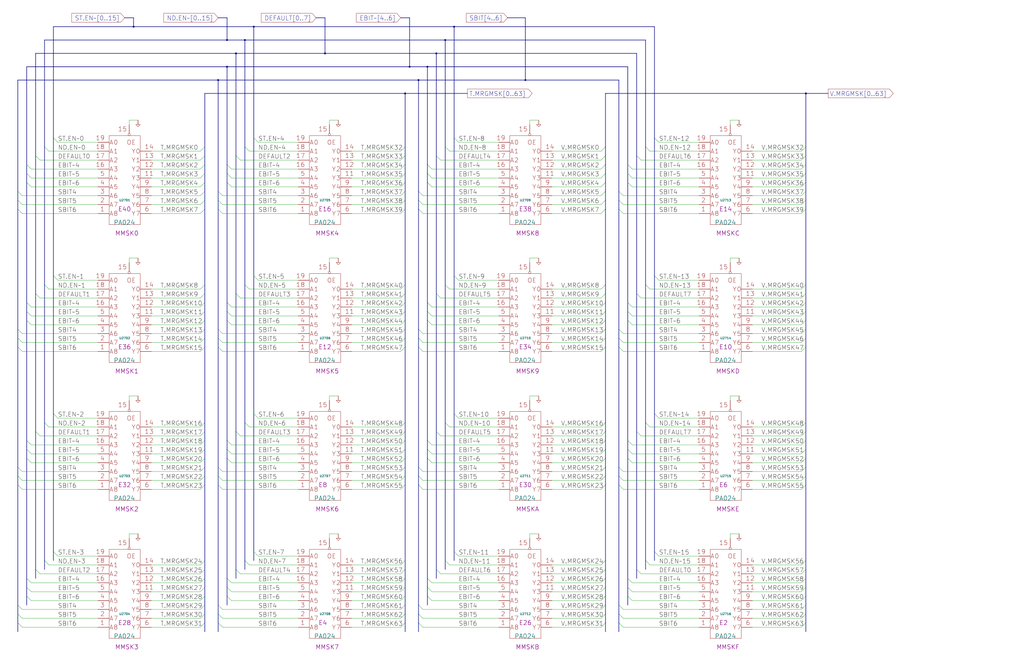
<source format=kicad_sch>
(kicad_sch (version 20211123) (generator eeschema)
  (paper "User" 584.2 378.46)
  (title_block (title "MERGE MASK PROMS") (date "20-MAR-90") (rev "1.0") (comment 1 "FIU") (comment 2 "232-003065") (comment 3 "S400") (comment 4 "RELEASED"))
  (bus (pts (xy 10.16 109.22) (xy 10.16 114.3)))
  (bus (pts (xy 10.16 114.3) (xy 10.16 119.38)))
  (bus (pts (xy 10.16 119.38) (xy 10.16 187.96)))
  (bus (pts (xy 10.16 187.96) (xy 10.16 193.04)))
  (bus (pts (xy 10.16 193.04) (xy 10.16 198.12)))
  (bus (pts (xy 10.16 198.12) (xy 10.16 266.7)))
  (bus (pts (xy 10.16 266.7) (xy 10.16 271.78)))
  (bus (pts (xy 10.16 271.78) (xy 10.16 276.86)))
  (bus (pts (xy 10.16 276.86) (xy 10.16 345.44)))
  (bus (pts (xy 10.16 345.44) (xy 10.16 350.52)))
  (bus (pts (xy 10.16 350.52) (xy 10.16 355.6)))
  (bus (pts (xy 10.16 355.6) (xy 10.16 360.68)))
  (bus (pts (xy 10.16 45.72) (xy 10.16 109.22)))
  (bus (pts (xy 10.16 45.72) (xy 124.46 45.72)))
  (bus (pts (xy 116.84 104.14) (xy 116.84 109.22)))
  (bus (pts (xy 116.84 109.22) (xy 116.84 114.3)))
  (bus (pts (xy 116.84 114.3) (xy 116.84 119.38)))
  (bus (pts (xy 116.84 119.38) (xy 116.84 162.56)))
  (bus (pts (xy 116.84 162.56) (xy 116.84 167.64)))
  (bus (pts (xy 116.84 167.64) (xy 116.84 172.72)))
  (bus (pts (xy 116.84 172.72) (xy 116.84 177.8)))
  (bus (pts (xy 116.84 177.8) (xy 116.84 182.88)))
  (bus (pts (xy 116.84 182.88) (xy 116.84 187.96)))
  (bus (pts (xy 116.84 187.96) (xy 116.84 193.04)))
  (bus (pts (xy 116.84 193.04) (xy 116.84 198.12)))
  (bus (pts (xy 116.84 198.12) (xy 116.84 241.3)))
  (bus (pts (xy 116.84 241.3) (xy 116.84 246.38)))
  (bus (pts (xy 116.84 246.38) (xy 116.84 251.46)))
  (bus (pts (xy 116.84 251.46) (xy 116.84 256.54)))
  (bus (pts (xy 116.84 256.54) (xy 116.84 261.62)))
  (bus (pts (xy 116.84 261.62) (xy 116.84 266.7)))
  (bus (pts (xy 116.84 266.7) (xy 116.84 271.78)))
  (bus (pts (xy 116.84 271.78) (xy 116.84 276.86)))
  (bus (pts (xy 116.84 276.86) (xy 116.84 320.04)))
  (bus (pts (xy 116.84 320.04) (xy 116.84 325.12)))
  (bus (pts (xy 116.84 325.12) (xy 116.84 330.2)))
  (bus (pts (xy 116.84 330.2) (xy 116.84 335.28)))
  (bus (pts (xy 116.84 335.28) (xy 116.84 340.36)))
  (bus (pts (xy 116.84 340.36) (xy 116.84 345.44)))
  (bus (pts (xy 116.84 345.44) (xy 116.84 350.52)))
  (bus (pts (xy 116.84 350.52) (xy 116.84 355.6)))
  (bus (pts (xy 116.84 355.6) (xy 116.84 360.68)))
  (bus (pts (xy 116.84 53.34) (xy 116.84 83.82)))
  (bus (pts (xy 116.84 53.34) (xy 231.14 53.34)))
  (bus (pts (xy 116.84 83.82) (xy 116.84 88.9)))
  (bus (pts (xy 116.84 88.9) (xy 116.84 93.98)))
  (bus (pts (xy 116.84 93.98) (xy 116.84 99.06)))
  (bus (pts (xy 116.84 99.06) (xy 116.84 104.14)))
  (bus (pts (xy 124.46 10.16) (xy 129.54 10.16)))
  (bus (pts (xy 124.46 109.22) (xy 124.46 114.3)))
  (bus (pts (xy 124.46 114.3) (xy 124.46 119.38)))
  (bus (pts (xy 124.46 119.38) (xy 124.46 187.96)))
  (bus (pts (xy 124.46 187.96) (xy 124.46 193.04)))
  (bus (pts (xy 124.46 193.04) (xy 124.46 198.12)))
  (bus (pts (xy 124.46 198.12) (xy 124.46 266.7)))
  (bus (pts (xy 124.46 266.7) (xy 124.46 271.78)))
  (bus (pts (xy 124.46 271.78) (xy 124.46 276.86)))
  (bus (pts (xy 124.46 276.86) (xy 124.46 345.44)))
  (bus (pts (xy 124.46 345.44) (xy 124.46 350.52)))
  (bus (pts (xy 124.46 350.52) (xy 124.46 355.6)))
  (bus (pts (xy 124.46 355.6) (xy 124.46 360.68)))
  (bus (pts (xy 124.46 45.72) (xy 124.46 109.22)))
  (bus (pts (xy 124.46 45.72) (xy 238.76 45.72)))
  (bus (pts (xy 129.54 10.16) (xy 129.54 22.86)))
  (bus (pts (xy 129.54 104.14) (xy 129.54 172.72)))
  (bus (pts (xy 129.54 172.72) (xy 129.54 177.8)))
  (bus (pts (xy 129.54 177.8) (xy 129.54 182.88)))
  (bus (pts (xy 129.54 182.88) (xy 129.54 251.46)))
  (bus (pts (xy 129.54 22.86) (xy 139.7 22.86)))
  (bus (pts (xy 129.54 251.46) (xy 129.54 256.54)))
  (bus (pts (xy 129.54 256.54) (xy 129.54 261.62)))
  (bus (pts (xy 129.54 261.62) (xy 129.54 330.2)))
  (bus (pts (xy 129.54 330.2) (xy 129.54 335.28)))
  (bus (pts (xy 129.54 335.28) (xy 129.54 340.36)))
  (bus (pts (xy 129.54 340.36) (xy 129.54 345.44)))
  (bus (pts (xy 129.54 38.1) (xy 129.54 93.98)))
  (bus (pts (xy 129.54 38.1) (xy 233.68 38.1)))
  (bus (pts (xy 129.54 93.98) (xy 129.54 99.06)))
  (bus (pts (xy 129.54 99.06) (xy 129.54 104.14)))
  (bus (pts (xy 134.62 167.64) (xy 134.62 246.38)))
  (bus (pts (xy 134.62 246.38) (xy 134.62 325.12)))
  (bus (pts (xy 134.62 30.48) (xy 134.62 88.9)))
  (bus (pts (xy 134.62 30.48) (xy 185.42 30.48)))
  (bus (pts (xy 134.62 325.12) (xy 134.62 330.2)))
  (bus (pts (xy 134.62 88.9) (xy 134.62 167.64)))
  (bus (pts (xy 139.7 162.56) (xy 139.7 241.3)))
  (bus (pts (xy 139.7 22.86) (xy 139.7 83.82)))
  (bus (pts (xy 139.7 22.86) (xy 254 22.86)))
  (bus (pts (xy 139.7 241.3) (xy 139.7 320.04)))
  (bus (pts (xy 139.7 320.04) (xy 139.7 325.12)))
  (bus (pts (xy 139.7 83.82) (xy 139.7 162.56)))
  (bus (pts (xy 144.78 15.24) (xy 144.78 78.74)))
  (bus (pts (xy 144.78 15.24) (xy 259.08 15.24)))
  (bus (pts (xy 144.78 157.48) (xy 144.78 236.22)))
  (bus (pts (xy 144.78 236.22) (xy 144.78 314.96)))
  (bus (pts (xy 144.78 314.96) (xy 144.78 320.04)))
  (bus (pts (xy 144.78 78.74) (xy 144.78 157.48)))
  (bus (pts (xy 15.24 104.14) (xy 15.24 172.72)))
  (bus (pts (xy 15.24 172.72) (xy 15.24 177.8)))
  (bus (pts (xy 15.24 177.8) (xy 15.24 182.88)))
  (bus (pts (xy 15.24 182.88) (xy 15.24 251.46)))
  (bus (pts (xy 15.24 251.46) (xy 15.24 256.54)))
  (bus (pts (xy 15.24 256.54) (xy 15.24 261.62)))
  (bus (pts (xy 15.24 261.62) (xy 15.24 330.2)))
  (bus (pts (xy 15.24 330.2) (xy 15.24 335.28)))
  (bus (pts (xy 15.24 335.28) (xy 15.24 340.36)))
  (bus (pts (xy 15.24 340.36) (xy 15.24 345.44)))
  (bus (pts (xy 15.24 38.1) (xy 129.54 38.1)))
  (bus (pts (xy 15.24 38.1) (xy 15.24 93.98)))
  (bus (pts (xy 15.24 93.98) (xy 15.24 99.06)))
  (bus (pts (xy 15.24 99.06) (xy 15.24 104.14)))
  (bus (pts (xy 180.34 10.16) (xy 185.42 10.16)))
  (bus (pts (xy 185.42 10.16) (xy 185.42 30.48)))
  (bus (pts (xy 185.42 30.48) (xy 248.92 30.48)))
  (bus (pts (xy 20.32 167.64) (xy 20.32 246.38)))
  (bus (pts (xy 20.32 246.38) (xy 20.32 325.12)))
  (bus (pts (xy 20.32 30.48) (xy 134.62 30.48)))
  (bus (pts (xy 20.32 30.48) (xy 20.32 88.9)))
  (bus (pts (xy 20.32 325.12) (xy 20.32 330.2)))
  (bus (pts (xy 20.32 88.9) (xy 20.32 167.64)))
  (bus (pts (xy 228.6 10.16) (xy 233.68 10.16)))
  (bus (pts (xy 231.14 104.14) (xy 231.14 109.22)))
  (bus (pts (xy 231.14 109.22) (xy 231.14 114.3)))
  (bus (pts (xy 231.14 114.3) (xy 231.14 119.38)))
  (bus (pts (xy 231.14 119.38) (xy 231.14 162.56)))
  (bus (pts (xy 231.14 162.56) (xy 231.14 167.64)))
  (bus (pts (xy 231.14 167.64) (xy 231.14 172.72)))
  (bus (pts (xy 231.14 172.72) (xy 231.14 177.8)))
  (bus (pts (xy 231.14 177.8) (xy 231.14 182.88)))
  (bus (pts (xy 231.14 182.88) (xy 231.14 187.96)))
  (bus (pts (xy 231.14 187.96) (xy 231.14 193.04)))
  (bus (pts (xy 231.14 193.04) (xy 231.14 198.12)))
  (bus (pts (xy 231.14 198.12) (xy 231.14 241.3)))
  (bus (pts (xy 231.14 241.3) (xy 231.14 246.38)))
  (bus (pts (xy 231.14 246.38) (xy 231.14 251.46)))
  (bus (pts (xy 231.14 251.46) (xy 231.14 256.54)))
  (bus (pts (xy 231.14 256.54) (xy 231.14 261.62)))
  (bus (pts (xy 231.14 261.62) (xy 231.14 266.7)))
  (bus (pts (xy 231.14 266.7) (xy 231.14 271.78)))
  (bus (pts (xy 231.14 271.78) (xy 231.14 276.86)))
  (bus (pts (xy 231.14 276.86) (xy 231.14 320.04)))
  (bus (pts (xy 231.14 320.04) (xy 231.14 325.12)))
  (bus (pts (xy 231.14 325.12) (xy 231.14 330.2)))
  (bus (pts (xy 231.14 330.2) (xy 231.14 335.28)))
  (bus (pts (xy 231.14 335.28) (xy 231.14 340.36)))
  (bus (pts (xy 231.14 340.36) (xy 231.14 345.44)))
  (bus (pts (xy 231.14 345.44) (xy 231.14 350.52)))
  (bus (pts (xy 231.14 350.52) (xy 231.14 355.6)))
  (bus (pts (xy 231.14 355.6) (xy 231.14 360.68)))
  (bus (pts (xy 231.14 53.34) (xy 231.14 83.82)))
  (bus (pts (xy 231.14 53.34) (xy 266.7 53.34)))
  (bus (pts (xy 231.14 83.82) (xy 231.14 88.9)))
  (bus (pts (xy 231.14 88.9) (xy 231.14 93.98)))
  (bus (pts (xy 231.14 93.98) (xy 231.14 99.06)))
  (bus (pts (xy 231.14 99.06) (xy 231.14 104.14)))
  (bus (pts (xy 233.68 10.16) (xy 233.68 38.1)))
  (bus (pts (xy 233.68 38.1) (xy 243.84 38.1)))
  (bus (pts (xy 238.76 109.22) (xy 238.76 114.3)))
  (bus (pts (xy 238.76 114.3) (xy 238.76 119.38)))
  (bus (pts (xy 238.76 119.38) (xy 238.76 187.96)))
  (bus (pts (xy 238.76 187.96) (xy 238.76 193.04)))
  (bus (pts (xy 238.76 193.04) (xy 238.76 198.12)))
  (bus (pts (xy 238.76 198.12) (xy 238.76 266.7)))
  (bus (pts (xy 238.76 266.7) (xy 238.76 271.78)))
  (bus (pts (xy 238.76 271.78) (xy 238.76 276.86)))
  (bus (pts (xy 238.76 276.86) (xy 238.76 345.44)))
  (bus (pts (xy 238.76 345.44) (xy 238.76 350.52)))
  (bus (pts (xy 238.76 350.52) (xy 238.76 355.6)))
  (bus (pts (xy 238.76 355.6) (xy 238.76 360.68)))
  (bus (pts (xy 238.76 45.72) (xy 238.76 109.22)))
  (bus (pts (xy 238.76 45.72) (xy 299.72 45.72)))
  (bus (pts (xy 243.84 104.14) (xy 243.84 172.72)))
  (bus (pts (xy 243.84 172.72) (xy 243.84 177.8)))
  (bus (pts (xy 243.84 177.8) (xy 243.84 182.88)))
  (bus (pts (xy 243.84 182.88) (xy 243.84 251.46)))
  (bus (pts (xy 243.84 251.46) (xy 243.84 256.54)))
  (bus (pts (xy 243.84 256.54) (xy 243.84 261.62)))
  (bus (pts (xy 243.84 261.62) (xy 243.84 330.2)))
  (bus (pts (xy 243.84 330.2) (xy 243.84 335.28)))
  (bus (pts (xy 243.84 335.28) (xy 243.84 340.36)))
  (bus (pts (xy 243.84 340.36) (xy 243.84 345.44)))
  (bus (pts (xy 243.84 38.1) (xy 243.84 93.98)))
  (bus (pts (xy 243.84 38.1) (xy 358.14 38.1)))
  (bus (pts (xy 243.84 93.98) (xy 243.84 99.06)))
  (bus (pts (xy 243.84 99.06) (xy 243.84 104.14)))
  (bus (pts (xy 248.92 167.64) (xy 248.92 246.38)))
  (bus (pts (xy 248.92 246.38) (xy 248.92 325.12)))
  (bus (pts (xy 248.92 30.48) (xy 248.92 88.9)))
  (bus (pts (xy 248.92 30.48) (xy 363.22 30.48)))
  (bus (pts (xy 248.92 325.12) (xy 248.92 330.2)))
  (bus (pts (xy 248.92 88.9) (xy 248.92 167.64)))
  (bus (pts (xy 25.4 162.56) (xy 25.4 241.3)))
  (bus (pts (xy 25.4 22.86) (xy 129.54 22.86)))
  (bus (pts (xy 25.4 22.86) (xy 25.4 83.82)))
  (bus (pts (xy 25.4 241.3) (xy 25.4 320.04)))
  (bus (pts (xy 25.4 320.04) (xy 25.4 325.12)))
  (bus (pts (xy 25.4 83.82) (xy 25.4 162.56)))
  (bus (pts (xy 254 162.56) (xy 254 241.3)))
  (bus (pts (xy 254 22.86) (xy 254 83.82)))
  (bus (pts (xy 254 22.86) (xy 368.3 22.86)))
  (bus (pts (xy 254 241.3) (xy 254 320.04)))
  (bus (pts (xy 254 320.04) (xy 254 325.12)))
  (bus (pts (xy 254 83.82) (xy 254 162.56)))
  (bus (pts (xy 259.08 15.24) (xy 259.08 78.74)))
  (bus (pts (xy 259.08 15.24) (xy 373.38 15.24)))
  (bus (pts (xy 259.08 157.48) (xy 259.08 236.22)))
  (bus (pts (xy 259.08 236.22) (xy 259.08 314.96)))
  (bus (pts (xy 259.08 314.96) (xy 259.08 320.04)))
  (bus (pts (xy 259.08 78.74) (xy 259.08 157.48)))
  (bus (pts (xy 289.56 10.16) (xy 299.72 10.16)))
  (bus (pts (xy 299.72 10.16) (xy 299.72 45.72)))
  (bus (pts (xy 299.72 45.72) (xy 353.06 45.72)))
  (bus (pts (xy 30.48 15.24) (xy 30.48 78.74)))
  (bus (pts (xy 30.48 15.24) (xy 76.2 15.24)))
  (bus (pts (xy 30.48 157.48) (xy 30.48 236.22)))
  (bus (pts (xy 30.48 236.22) (xy 30.48 314.96)))
  (bus (pts (xy 30.48 314.96) (xy 30.48 320.04)))
  (bus (pts (xy 30.48 78.74) (xy 30.48 157.48)))
  (bus (pts (xy 345.44 104.14) (xy 345.44 109.22)))
  (bus (pts (xy 345.44 109.22) (xy 345.44 114.3)))
  (bus (pts (xy 345.44 114.3) (xy 345.44 119.38)))
  (bus (pts (xy 345.44 119.38) (xy 345.44 162.56)))
  (bus (pts (xy 345.44 162.56) (xy 345.44 167.64)))
  (bus (pts (xy 345.44 167.64) (xy 345.44 172.72)))
  (bus (pts (xy 345.44 172.72) (xy 345.44 177.8)))
  (bus (pts (xy 345.44 177.8) (xy 345.44 182.88)))
  (bus (pts (xy 345.44 182.88) (xy 345.44 187.96)))
  (bus (pts (xy 345.44 187.96) (xy 345.44 193.04)))
  (bus (pts (xy 345.44 193.04) (xy 345.44 198.12)))
  (bus (pts (xy 345.44 198.12) (xy 345.44 241.3)))
  (bus (pts (xy 345.44 241.3) (xy 345.44 246.38)))
  (bus (pts (xy 345.44 246.38) (xy 345.44 251.46)))
  (bus (pts (xy 345.44 251.46) (xy 345.44 256.54)))
  (bus (pts (xy 345.44 256.54) (xy 345.44 261.62)))
  (bus (pts (xy 345.44 261.62) (xy 345.44 266.7)))
  (bus (pts (xy 345.44 266.7) (xy 345.44 271.78)))
  (bus (pts (xy 345.44 271.78) (xy 345.44 276.86)))
  (bus (pts (xy 345.44 276.86) (xy 345.44 320.04)))
  (bus (pts (xy 345.44 320.04) (xy 345.44 325.12)))
  (bus (pts (xy 345.44 325.12) (xy 345.44 330.2)))
  (bus (pts (xy 345.44 330.2) (xy 345.44 335.28)))
  (bus (pts (xy 345.44 335.28) (xy 345.44 340.36)))
  (bus (pts (xy 345.44 340.36) (xy 345.44 345.44)))
  (bus (pts (xy 345.44 345.44) (xy 345.44 350.52)))
  (bus (pts (xy 345.44 350.52) (xy 345.44 355.6)))
  (bus (pts (xy 345.44 355.6) (xy 345.44 360.68)))
  (bus (pts (xy 345.44 53.34) (xy 345.44 83.82)))
  (bus (pts (xy 345.44 53.34) (xy 459.74 53.34)))
  (bus (pts (xy 345.44 83.82) (xy 345.44 88.9)))
  (bus (pts (xy 345.44 88.9) (xy 345.44 93.98)))
  (bus (pts (xy 345.44 93.98) (xy 345.44 99.06)))
  (bus (pts (xy 345.44 99.06) (xy 345.44 104.14)))
  (bus (pts (xy 353.06 109.22) (xy 353.06 114.3)))
  (bus (pts (xy 353.06 114.3) (xy 353.06 119.38)))
  (bus (pts (xy 353.06 119.38) (xy 353.06 187.96)))
  (bus (pts (xy 353.06 187.96) (xy 353.06 193.04)))
  (bus (pts (xy 353.06 193.04) (xy 353.06 198.12)))
  (bus (pts (xy 353.06 198.12) (xy 353.06 266.7)))
  (bus (pts (xy 353.06 266.7) (xy 353.06 271.78)))
  (bus (pts (xy 353.06 271.78) (xy 353.06 276.86)))
  (bus (pts (xy 353.06 276.86) (xy 353.06 345.44)))
  (bus (pts (xy 353.06 345.44) (xy 353.06 350.52)))
  (bus (pts (xy 353.06 350.52) (xy 353.06 355.6)))
  (bus (pts (xy 353.06 355.6) (xy 353.06 360.68)))
  (bus (pts (xy 353.06 45.72) (xy 353.06 109.22)))
  (bus (pts (xy 358.14 104.14) (xy 358.14 172.72)))
  (bus (pts (xy 358.14 172.72) (xy 358.14 177.8)))
  (bus (pts (xy 358.14 177.8) (xy 358.14 182.88)))
  (bus (pts (xy 358.14 182.88) (xy 358.14 251.46)))
  (bus (pts (xy 358.14 251.46) (xy 358.14 256.54)))
  (bus (pts (xy 358.14 256.54) (xy 358.14 261.62)))
  (bus (pts (xy 358.14 261.62) (xy 358.14 330.2)))
  (bus (pts (xy 358.14 330.2) (xy 358.14 335.28)))
  (bus (pts (xy 358.14 335.28) (xy 358.14 340.36)))
  (bus (pts (xy 358.14 340.36) (xy 358.14 345.44)))
  (bus (pts (xy 358.14 38.1) (xy 358.14 93.98)))
  (bus (pts (xy 358.14 93.98) (xy 358.14 99.06)))
  (bus (pts (xy 358.14 99.06) (xy 358.14 104.14)))
  (bus (pts (xy 363.22 167.64) (xy 363.22 246.38)))
  (bus (pts (xy 363.22 246.38) (xy 363.22 325.12)))
  (bus (pts (xy 363.22 30.48) (xy 363.22 88.9)))
  (bus (pts (xy 363.22 325.12) (xy 363.22 330.2)))
  (bus (pts (xy 363.22 88.9) (xy 363.22 167.64)))
  (bus (pts (xy 368.3 162.56) (xy 368.3 241.3)))
  (bus (pts (xy 368.3 22.86) (xy 368.3 83.82)))
  (bus (pts (xy 368.3 241.3) (xy 368.3 320.04)))
  (bus (pts (xy 368.3 320.04) (xy 368.3 325.12)))
  (bus (pts (xy 368.3 83.82) (xy 368.3 162.56)))
  (bus (pts (xy 373.38 15.24) (xy 373.38 78.74)))
  (bus (pts (xy 373.38 157.48) (xy 373.38 236.22)))
  (bus (pts (xy 373.38 236.22) (xy 373.38 314.96)))
  (bus (pts (xy 373.38 314.96) (xy 373.38 320.04)))
  (bus (pts (xy 373.38 78.74) (xy 373.38 157.48)))
  (bus (pts (xy 459.74 104.14) (xy 459.74 109.22)))
  (bus (pts (xy 459.74 109.22) (xy 459.74 114.3)))
  (bus (pts (xy 459.74 114.3) (xy 459.74 119.38)))
  (bus (pts (xy 459.74 119.38) (xy 459.74 162.56)))
  (bus (pts (xy 459.74 162.56) (xy 459.74 167.64)))
  (bus (pts (xy 459.74 167.64) (xy 459.74 172.72)))
  (bus (pts (xy 459.74 172.72) (xy 459.74 177.8)))
  (bus (pts (xy 459.74 177.8) (xy 459.74 182.88)))
  (bus (pts (xy 459.74 182.88) (xy 459.74 187.96)))
  (bus (pts (xy 459.74 187.96) (xy 459.74 193.04)))
  (bus (pts (xy 459.74 193.04) (xy 459.74 198.12)))
  (bus (pts (xy 459.74 198.12) (xy 459.74 241.3)))
  (bus (pts (xy 459.74 241.3) (xy 459.74 246.38)))
  (bus (pts (xy 459.74 246.38) (xy 459.74 251.46)))
  (bus (pts (xy 459.74 251.46) (xy 459.74 256.54)))
  (bus (pts (xy 459.74 256.54) (xy 459.74 261.62)))
  (bus (pts (xy 459.74 261.62) (xy 459.74 266.7)))
  (bus (pts (xy 459.74 266.7) (xy 459.74 271.78)))
  (bus (pts (xy 459.74 271.78) (xy 459.74 276.86)))
  (bus (pts (xy 459.74 276.86) (xy 459.74 320.04)))
  (bus (pts (xy 459.74 320.04) (xy 459.74 325.12)))
  (bus (pts (xy 459.74 325.12) (xy 459.74 330.2)))
  (bus (pts (xy 459.74 330.2) (xy 459.74 335.28)))
  (bus (pts (xy 459.74 335.28) (xy 459.74 340.36)))
  (bus (pts (xy 459.74 340.36) (xy 459.74 345.44)))
  (bus (pts (xy 459.74 345.44) (xy 459.74 350.52)))
  (bus (pts (xy 459.74 350.52) (xy 459.74 355.6)))
  (bus (pts (xy 459.74 355.6) (xy 459.74 360.68)))
  (bus (pts (xy 459.74 53.34) (xy 459.74 83.82)))
  (bus (pts (xy 459.74 53.34) (xy 472.44 53.34)))
  (bus (pts (xy 459.74 83.82) (xy 459.74 88.9)))
  (bus (pts (xy 459.74 88.9) (xy 459.74 93.98)))
  (bus (pts (xy 459.74 93.98) (xy 459.74 99.06)))
  (bus (pts (xy 459.74 99.06) (xy 459.74 104.14)))
  (bus (pts (xy 71.12 10.16) (xy 76.2 10.16)))
  (bus (pts (xy 76.2 10.16) (xy 76.2 15.24)))
  (bus (pts (xy 76.2 15.24) (xy 144.78 15.24)))
  (wire (pts (xy 12.7 111.76) (xy 55.88 111.76)))
  (wire (pts (xy 12.7 116.84) (xy 55.88 116.84)))
  (wire (pts (xy 12.7 121.92) (xy 55.88 121.92)))
  (wire (pts (xy 12.7 190.5) (xy 55.88 190.5)))
  (wire (pts (xy 12.7 195.58) (xy 55.88 195.58)))
  (wire (pts (xy 12.7 200.66) (xy 55.88 200.66)))
  (wire (pts (xy 12.7 269.24) (xy 55.88 269.24)))
  (wire (pts (xy 12.7 274.32) (xy 55.88 274.32)))
  (wire (pts (xy 12.7 279.4) (xy 55.88 279.4)))
  (wire (pts (xy 12.7 347.98) (xy 55.88 347.98)))
  (wire (pts (xy 12.7 353.06) (xy 55.88 353.06)))
  (wire (pts (xy 12.7 358.14) (xy 55.88 358.14)))
  (wire (pts (xy 127 111.76) (xy 170.18 111.76)))
  (wire (pts (xy 127 116.84) (xy 170.18 116.84)))
  (wire (pts (xy 127 121.92) (xy 170.18 121.92)))
  (wire (pts (xy 127 190.5) (xy 170.18 190.5)))
  (wire (pts (xy 127 195.58) (xy 170.18 195.58)))
  (wire (pts (xy 127 200.66) (xy 170.18 200.66)))
  (wire (pts (xy 127 269.24) (xy 170.18 269.24)))
  (wire (pts (xy 127 274.32) (xy 170.18 274.32)))
  (wire (pts (xy 127 279.4) (xy 170.18 279.4)))
  (wire (pts (xy 127 347.98) (xy 170.18 347.98)))
  (wire (pts (xy 127 353.06) (xy 170.18 353.06)))
  (wire (pts (xy 127 358.14) (xy 170.18 358.14)))
  (wire (pts (xy 132.08 101.6) (xy 170.18 101.6)))
  (wire (pts (xy 132.08 106.68) (xy 170.18 106.68)))
  (wire (pts (xy 132.08 175.26) (xy 170.18 175.26)))
  (wire (pts (xy 132.08 180.34) (xy 170.18 180.34)))
  (wire (pts (xy 132.08 185.42) (xy 170.18 185.42)))
  (wire (pts (xy 132.08 254) (xy 170.18 254)))
  (wire (pts (xy 132.08 259.08) (xy 170.18 259.08)))
  (wire (pts (xy 132.08 264.16) (xy 170.18 264.16)))
  (wire (pts (xy 132.08 332.74) (xy 170.18 332.74)))
  (wire (pts (xy 132.08 337.82) (xy 170.18 337.82)))
  (wire (pts (xy 132.08 342.9) (xy 170.18 342.9)))
  (wire (pts (xy 132.08 96.52) (xy 170.18 96.52)))
  (wire (pts (xy 137.16 170.18) (xy 170.18 170.18)))
  (wire (pts (xy 137.16 248.92) (xy 170.18 248.92)))
  (wire (pts (xy 137.16 327.66) (xy 170.18 327.66)))
  (wire (pts (xy 137.16 91.44) (xy 170.18 91.44)))
  (wire (pts (xy 142.24 165.1) (xy 170.18 165.1)))
  (wire (pts (xy 142.24 243.84) (xy 170.18 243.84)))
  (wire (pts (xy 142.24 322.58) (xy 170.18 322.58)))
  (wire (pts (xy 142.24 86.36) (xy 170.18 86.36)))
  (wire (pts (xy 147.32 160.02) (xy 170.18 160.02)))
  (wire (pts (xy 147.32 238.76) (xy 170.18 238.76)))
  (wire (pts (xy 147.32 317.5) (xy 170.18 317.5)))
  (wire (pts (xy 147.32 81.28) (xy 170.18 81.28)))
  (wire (pts (xy 17.78 101.6) (xy 55.88 101.6)))
  (wire (pts (xy 17.78 106.68) (xy 55.88 106.68)))
  (wire (pts (xy 17.78 175.26) (xy 55.88 175.26)))
  (wire (pts (xy 17.78 180.34) (xy 55.88 180.34)))
  (wire (pts (xy 17.78 185.42) (xy 55.88 185.42)))
  (wire (pts (xy 17.78 254) (xy 55.88 254)))
  (wire (pts (xy 17.78 259.08) (xy 55.88 259.08)))
  (wire (pts (xy 17.78 264.16) (xy 55.88 264.16)))
  (wire (pts (xy 17.78 332.74) (xy 55.88 332.74)))
  (wire (pts (xy 17.78 337.82) (xy 55.88 337.82)))
  (wire (pts (xy 17.78 342.9) (xy 55.88 342.9)))
  (wire (pts (xy 17.78 96.52) (xy 55.88 96.52)))
  (wire (pts (xy 187.96 147.32) (xy 187.96 149.86)))
  (wire (pts (xy 187.96 226.06) (xy 187.96 228.6)))
  (wire (pts (xy 187.96 304.8) (xy 187.96 307.34)))
  (wire (pts (xy 187.96 68.58) (xy 187.96 71.12)))
  (wire (pts (xy 193.04 147.32) (xy 187.96 147.32)))
  (wire (pts (xy 193.04 226.06) (xy 187.96 226.06)))
  (wire (pts (xy 193.04 304.8) (xy 187.96 304.8)))
  (wire (pts (xy 193.04 68.58) (xy 187.96 68.58)))
  (wire (pts (xy 200.66 101.6) (xy 228.6 101.6)))
  (wire (pts (xy 200.66 106.68) (xy 228.6 106.68)))
  (wire (pts (xy 200.66 111.76) (xy 228.6 111.76)))
  (wire (pts (xy 200.66 116.84) (xy 228.6 116.84)))
  (wire (pts (xy 200.66 121.92) (xy 228.6 121.92)))
  (wire (pts (xy 200.66 165.1) (xy 228.6 165.1)))
  (wire (pts (xy 200.66 170.18) (xy 228.6 170.18)))
  (wire (pts (xy 200.66 175.26) (xy 228.6 175.26)))
  (wire (pts (xy 200.66 180.34) (xy 228.6 180.34)))
  (wire (pts (xy 200.66 185.42) (xy 228.6 185.42)))
  (wire (pts (xy 200.66 190.5) (xy 228.6 190.5)))
  (wire (pts (xy 200.66 195.58) (xy 228.6 195.58)))
  (wire (pts (xy 200.66 200.66) (xy 228.6 200.66)))
  (wire (pts (xy 200.66 243.84) (xy 228.6 243.84)))
  (wire (pts (xy 200.66 248.92) (xy 228.6 248.92)))
  (wire (pts (xy 200.66 254) (xy 228.6 254)))
  (wire (pts (xy 200.66 259.08) (xy 228.6 259.08)))
  (wire (pts (xy 200.66 264.16) (xy 228.6 264.16)))
  (wire (pts (xy 200.66 269.24) (xy 228.6 269.24)))
  (wire (pts (xy 200.66 274.32) (xy 228.6 274.32)))
  (wire (pts (xy 200.66 279.4) (xy 228.6 279.4)))
  (wire (pts (xy 200.66 322.58) (xy 228.6 322.58)))
  (wire (pts (xy 200.66 327.66) (xy 228.6 327.66)))
  (wire (pts (xy 200.66 332.74) (xy 228.6 332.74)))
  (wire (pts (xy 200.66 337.82) (xy 228.6 337.82)))
  (wire (pts (xy 200.66 342.9) (xy 228.6 342.9)))
  (wire (pts (xy 200.66 347.98) (xy 228.6 347.98)))
  (wire (pts (xy 200.66 353.06) (xy 228.6 353.06)))
  (wire (pts (xy 200.66 358.14) (xy 228.6 358.14)))
  (wire (pts (xy 200.66 86.36) (xy 228.6 86.36)))
  (wire (pts (xy 200.66 91.44) (xy 228.6 91.44)))
  (wire (pts (xy 200.66 96.52) (xy 228.6 96.52)))
  (wire (pts (xy 22.86 170.18) (xy 55.88 170.18)))
  (wire (pts (xy 22.86 248.92) (xy 55.88 248.92)))
  (wire (pts (xy 22.86 327.66) (xy 55.88 327.66)))
  (wire (pts (xy 22.86 91.44) (xy 55.88 91.44)))
  (wire (pts (xy 241.3 111.76) (xy 284.48 111.76)))
  (wire (pts (xy 241.3 116.84) (xy 284.48 116.84)))
  (wire (pts (xy 241.3 121.92) (xy 284.48 121.92)))
  (wire (pts (xy 241.3 190.5) (xy 284.48 190.5)))
  (wire (pts (xy 241.3 195.58) (xy 284.48 195.58)))
  (wire (pts (xy 241.3 200.66) (xy 284.48 200.66)))
  (wire (pts (xy 241.3 269.24) (xy 284.48 269.24)))
  (wire (pts (xy 241.3 274.32) (xy 284.48 274.32)))
  (wire (pts (xy 241.3 279.4) (xy 284.48 279.4)))
  (wire (pts (xy 241.3 347.98) (xy 284.48 347.98)))
  (wire (pts (xy 241.3 353.06) (xy 284.48 353.06)))
  (wire (pts (xy 241.3 358.14) (xy 284.48 358.14)))
  (wire (pts (xy 246.38 101.6) (xy 284.48 101.6)))
  (wire (pts (xy 246.38 106.68) (xy 284.48 106.68)))
  (wire (pts (xy 246.38 175.26) (xy 284.48 175.26)))
  (wire (pts (xy 246.38 180.34) (xy 284.48 180.34)))
  (wire (pts (xy 246.38 185.42) (xy 284.48 185.42)))
  (wire (pts (xy 246.38 254) (xy 284.48 254)))
  (wire (pts (xy 246.38 259.08) (xy 284.48 259.08)))
  (wire (pts (xy 246.38 264.16) (xy 284.48 264.16)))
  (wire (pts (xy 246.38 332.74) (xy 284.48 332.74)))
  (wire (pts (xy 246.38 337.82) (xy 284.48 337.82)))
  (wire (pts (xy 246.38 342.9) (xy 284.48 342.9)))
  (wire (pts (xy 246.38 96.52) (xy 284.48 96.52)))
  (wire (pts (xy 251.46 170.18) (xy 284.48 170.18)))
  (wire (pts (xy 251.46 248.92) (xy 284.48 248.92)))
  (wire (pts (xy 251.46 327.66) (xy 284.48 327.66)))
  (wire (pts (xy 251.46 91.44) (xy 284.48 91.44)))
  (wire (pts (xy 256.54 165.1) (xy 284.48 165.1)))
  (wire (pts (xy 256.54 243.84) (xy 284.48 243.84)))
  (wire (pts (xy 256.54 322.58) (xy 284.48 322.58)))
  (wire (pts (xy 256.54 86.36) (xy 284.48 86.36)))
  (wire (pts (xy 261.62 160.02) (xy 284.48 160.02)))
  (wire (pts (xy 261.62 238.76) (xy 284.48 238.76)))
  (wire (pts (xy 261.62 317.5) (xy 284.48 317.5)))
  (wire (pts (xy 261.62 81.28) (xy 284.48 81.28)))
  (wire (pts (xy 27.94 165.1) (xy 55.88 165.1)))
  (wire (pts (xy 27.94 243.84) (xy 55.88 243.84)))
  (wire (pts (xy 27.94 322.58) (xy 55.88 322.58)))
  (wire (pts (xy 27.94 86.36) (xy 55.88 86.36)))
  (wire (pts (xy 302.26 147.32) (xy 302.26 149.86)))
  (wire (pts (xy 302.26 226.06) (xy 302.26 228.6)))
  (wire (pts (xy 302.26 304.8) (xy 302.26 307.34)))
  (wire (pts (xy 302.26 68.58) (xy 302.26 71.12)))
  (wire (pts (xy 307.34 147.32) (xy 302.26 147.32)))
  (wire (pts (xy 307.34 226.06) (xy 302.26 226.06)))
  (wire (pts (xy 307.34 304.8) (xy 302.26 304.8)))
  (wire (pts (xy 307.34 68.58) (xy 302.26 68.58)))
  (wire (pts (xy 314.96 101.6) (xy 342.9 101.6)))
  (wire (pts (xy 314.96 106.68) (xy 342.9 106.68)))
  (wire (pts (xy 314.96 111.76) (xy 342.9 111.76)))
  (wire (pts (xy 314.96 116.84) (xy 342.9 116.84)))
  (wire (pts (xy 314.96 121.92) (xy 342.9 121.92)))
  (wire (pts (xy 314.96 165.1) (xy 342.9 165.1)))
  (wire (pts (xy 314.96 170.18) (xy 342.9 170.18)))
  (wire (pts (xy 314.96 175.26) (xy 342.9 175.26)))
  (wire (pts (xy 314.96 180.34) (xy 342.9 180.34)))
  (wire (pts (xy 314.96 185.42) (xy 342.9 185.42)))
  (wire (pts (xy 314.96 190.5) (xy 342.9 190.5)))
  (wire (pts (xy 314.96 195.58) (xy 342.9 195.58)))
  (wire (pts (xy 314.96 200.66) (xy 342.9 200.66)))
  (wire (pts (xy 314.96 243.84) (xy 342.9 243.84)))
  (wire (pts (xy 314.96 248.92) (xy 342.9 248.92)))
  (wire (pts (xy 314.96 254) (xy 342.9 254)))
  (wire (pts (xy 314.96 259.08) (xy 342.9 259.08)))
  (wire (pts (xy 314.96 264.16) (xy 342.9 264.16)))
  (wire (pts (xy 314.96 269.24) (xy 342.9 269.24)))
  (wire (pts (xy 314.96 274.32) (xy 342.9 274.32)))
  (wire (pts (xy 314.96 279.4) (xy 342.9 279.4)))
  (wire (pts (xy 314.96 322.58) (xy 342.9 322.58)))
  (wire (pts (xy 314.96 327.66) (xy 342.9 327.66)))
  (wire (pts (xy 314.96 332.74) (xy 342.9 332.74)))
  (wire (pts (xy 314.96 337.82) (xy 342.9 337.82)))
  (wire (pts (xy 314.96 342.9) (xy 342.9 342.9)))
  (wire (pts (xy 314.96 347.98) (xy 342.9 347.98)))
  (wire (pts (xy 314.96 353.06) (xy 342.9 353.06)))
  (wire (pts (xy 314.96 358.14) (xy 342.9 358.14)))
  (wire (pts (xy 314.96 86.36) (xy 342.9 86.36)))
  (wire (pts (xy 314.96 91.44) (xy 342.9 91.44)))
  (wire (pts (xy 314.96 96.52) (xy 342.9 96.52)))
  (wire (pts (xy 33.02 160.02) (xy 55.88 160.02)))
  (wire (pts (xy 33.02 238.76) (xy 55.88 238.76)))
  (wire (pts (xy 33.02 317.5) (xy 55.88 317.5)))
  (wire (pts (xy 33.02 81.28) (xy 55.88 81.28)))
  (wire (pts (xy 355.6 111.76) (xy 398.78 111.76)))
  (wire (pts (xy 355.6 116.84) (xy 398.78 116.84)))
  (wire (pts (xy 355.6 121.92) (xy 398.78 121.92)))
  (wire (pts (xy 355.6 190.5) (xy 398.78 190.5)))
  (wire (pts (xy 355.6 195.58) (xy 398.78 195.58)))
  (wire (pts (xy 355.6 200.66) (xy 398.78 200.66)))
  (wire (pts (xy 355.6 269.24) (xy 398.78 269.24)))
  (wire (pts (xy 355.6 274.32) (xy 398.78 274.32)))
  (wire (pts (xy 355.6 279.4) (xy 398.78 279.4)))
  (wire (pts (xy 355.6 347.98) (xy 398.78 347.98)))
  (wire (pts (xy 355.6 353.06) (xy 398.78 353.06)))
  (wire (pts (xy 355.6 358.14) (xy 398.78 358.14)))
  (wire (pts (xy 360.68 101.6) (xy 398.78 101.6)))
  (wire (pts (xy 360.68 106.68) (xy 398.78 106.68)))
  (wire (pts (xy 360.68 175.26) (xy 398.78 175.26)))
  (wire (pts (xy 360.68 180.34) (xy 398.78 180.34)))
  (wire (pts (xy 360.68 185.42) (xy 398.78 185.42)))
  (wire (pts (xy 360.68 254) (xy 398.78 254)))
  (wire (pts (xy 360.68 259.08) (xy 398.78 259.08)))
  (wire (pts (xy 360.68 264.16) (xy 398.78 264.16)))
  (wire (pts (xy 360.68 332.74) (xy 398.78 332.74)))
  (wire (pts (xy 360.68 337.82) (xy 398.78 337.82)))
  (wire (pts (xy 360.68 342.9) (xy 398.78 342.9)))
  (wire (pts (xy 360.68 96.52) (xy 398.78 96.52)))
  (wire (pts (xy 365.76 170.18) (xy 398.78 170.18)))
  (wire (pts (xy 365.76 248.92) (xy 398.78 248.92)))
  (wire (pts (xy 365.76 327.66) (xy 398.78 327.66)))
  (wire (pts (xy 365.76 91.44) (xy 398.78 91.44)))
  (wire (pts (xy 370.84 165.1) (xy 398.78 165.1)))
  (wire (pts (xy 370.84 243.84) (xy 398.78 243.84)))
  (wire (pts (xy 370.84 322.58) (xy 398.78 322.58)))
  (wire (pts (xy 370.84 86.36) (xy 398.78 86.36)))
  (wire (pts (xy 375.92 160.02) (xy 398.78 160.02)))
  (wire (pts (xy 375.92 238.76) (xy 398.78 238.76)))
  (wire (pts (xy 375.92 317.5) (xy 398.78 317.5)))
  (wire (pts (xy 375.92 81.28) (xy 398.78 81.28)))
  (wire (pts (xy 416.56 147.32) (xy 416.56 149.86)))
  (wire (pts (xy 416.56 226.06) (xy 416.56 228.6)))
  (wire (pts (xy 416.56 304.8) (xy 416.56 307.34)))
  (wire (pts (xy 416.56 68.58) (xy 416.56 71.12)))
  (wire (pts (xy 421.64 147.32) (xy 416.56 147.32)))
  (wire (pts (xy 421.64 226.06) (xy 416.56 226.06)))
  (wire (pts (xy 421.64 304.8) (xy 416.56 304.8)))
  (wire (pts (xy 421.64 68.58) (xy 416.56 68.58)))
  (wire (pts (xy 429.26 101.6) (xy 457.2 101.6)))
  (wire (pts (xy 429.26 106.68) (xy 457.2 106.68)))
  (wire (pts (xy 429.26 111.76) (xy 457.2 111.76)))
  (wire (pts (xy 429.26 116.84) (xy 457.2 116.84)))
  (wire (pts (xy 429.26 121.92) (xy 457.2 121.92)))
  (wire (pts (xy 429.26 165.1) (xy 457.2 165.1)))
  (wire (pts (xy 429.26 170.18) (xy 457.2 170.18)))
  (wire (pts (xy 429.26 175.26) (xy 457.2 175.26)))
  (wire (pts (xy 429.26 180.34) (xy 457.2 180.34)))
  (wire (pts (xy 429.26 185.42) (xy 457.2 185.42)))
  (wire (pts (xy 429.26 190.5) (xy 457.2 190.5)))
  (wire (pts (xy 429.26 195.58) (xy 457.2 195.58)))
  (wire (pts (xy 429.26 200.66) (xy 457.2 200.66)))
  (wire (pts (xy 429.26 243.84) (xy 457.2 243.84)))
  (wire (pts (xy 429.26 248.92) (xy 457.2 248.92)))
  (wire (pts (xy 429.26 254) (xy 457.2 254)))
  (wire (pts (xy 429.26 259.08) (xy 457.2 259.08)))
  (wire (pts (xy 429.26 264.16) (xy 457.2 264.16)))
  (wire (pts (xy 429.26 269.24) (xy 457.2 269.24)))
  (wire (pts (xy 429.26 274.32) (xy 457.2 274.32)))
  (wire (pts (xy 429.26 279.4) (xy 457.2 279.4)))
  (wire (pts (xy 429.26 322.58) (xy 457.2 322.58)))
  (wire (pts (xy 429.26 327.66) (xy 457.2 327.66)))
  (wire (pts (xy 429.26 332.74) (xy 457.2 332.74)))
  (wire (pts (xy 429.26 337.82) (xy 457.2 337.82)))
  (wire (pts (xy 429.26 342.9) (xy 457.2 342.9)))
  (wire (pts (xy 429.26 347.98) (xy 457.2 347.98)))
  (wire (pts (xy 429.26 353.06) (xy 457.2 353.06)))
  (wire (pts (xy 429.26 358.14) (xy 457.2 358.14)))
  (wire (pts (xy 429.26 86.36) (xy 457.2 86.36)))
  (wire (pts (xy 429.26 91.44) (xy 457.2 91.44)))
  (wire (pts (xy 429.26 96.52) (xy 457.2 96.52)))
  (wire (pts (xy 73.66 147.32) (xy 73.66 149.86)))
  (wire (pts (xy 73.66 226.06) (xy 73.66 228.6)))
  (wire (pts (xy 73.66 304.8) (xy 73.66 307.34)))
  (wire (pts (xy 73.66 68.58) (xy 73.66 71.12)))
  (wire (pts (xy 78.74 147.32) (xy 73.66 147.32)))
  (wire (pts (xy 78.74 226.06) (xy 73.66 226.06)))
  (wire (pts (xy 78.74 304.8) (xy 73.66 304.8)))
  (wire (pts (xy 78.74 68.58) (xy 73.66 68.58)))
  (wire (pts (xy 86.36 101.6) (xy 114.3 101.6)))
  (wire (pts (xy 86.36 106.68) (xy 114.3 106.68)))
  (wire (pts (xy 86.36 111.76) (xy 114.3 111.76)))
  (wire (pts (xy 86.36 116.84) (xy 114.3 116.84)))
  (wire (pts (xy 86.36 121.92) (xy 114.3 121.92)))
  (wire (pts (xy 86.36 165.1) (xy 114.3 165.1)))
  (wire (pts (xy 86.36 170.18) (xy 114.3 170.18)))
  (wire (pts (xy 86.36 175.26) (xy 114.3 175.26)))
  (wire (pts (xy 86.36 180.34) (xy 114.3 180.34)))
  (wire (pts (xy 86.36 185.42) (xy 114.3 185.42)))
  (wire (pts (xy 86.36 190.5) (xy 114.3 190.5)))
  (wire (pts (xy 86.36 195.58) (xy 114.3 195.58)))
  (wire (pts (xy 86.36 200.66) (xy 114.3 200.66)))
  (wire (pts (xy 86.36 243.84) (xy 114.3 243.84)))
  (wire (pts (xy 86.36 248.92) (xy 114.3 248.92)))
  (wire (pts (xy 86.36 254) (xy 114.3 254)))
  (wire (pts (xy 86.36 259.08) (xy 114.3 259.08)))
  (wire (pts (xy 86.36 264.16) (xy 114.3 264.16)))
  (wire (pts (xy 86.36 269.24) (xy 114.3 269.24)))
  (wire (pts (xy 86.36 274.32) (xy 114.3 274.32)))
  (wire (pts (xy 86.36 279.4) (xy 114.3 279.4)))
  (wire (pts (xy 86.36 322.58) (xy 114.3 322.58)))
  (wire (pts (xy 86.36 327.66) (xy 114.3 327.66)))
  (wire (pts (xy 86.36 332.74) (xy 114.3 332.74)))
  (wire (pts (xy 86.36 337.82) (xy 114.3 337.82)))
  (wire (pts (xy 86.36 342.9) (xy 114.3 342.9)))
  (wire (pts (xy 86.36 347.98) (xy 114.3 347.98)))
  (wire (pts (xy 86.36 353.06) (xy 114.3 353.06)))
  (wire (pts (xy 86.36 358.14) (xy 114.3 358.14)))
  (wire (pts (xy 86.36 86.36) (xy 114.3 86.36)))
  (wire (pts (xy 86.36 91.44) (xy 114.3 91.44)))
  (wire (pts (xy 86.36 96.52) (xy 114.3 96.52)))
  (bus_entry (at 10.16 109.22) (size 2.54 2.54))
  (bus_entry (at 10.16 114.3) (size 2.54 2.54))
  (bus_entry (at 10.16 119.38) (size 2.54 2.54))
  (bus_entry (at 10.16 187.96) (size 2.54 2.54))
  (bus_entry (at 10.16 193.04) (size 2.54 2.54))
  (bus_entry (at 10.16 198.12) (size 2.54 2.54))
  (bus_entry (at 10.16 266.7) (size 2.54 2.54))
  (bus_entry (at 10.16 271.78) (size 2.54 2.54))
  (bus_entry (at 10.16 276.86) (size 2.54 2.54))
  (bus_entry (at 10.16 345.44) (size 2.54 2.54))
  (bus_entry (at 10.16 350.52) (size 2.54 2.54))
  (bus_entry (at 10.16 355.6) (size 2.54 2.54))
  (bus_entry (at 15.24 93.98) (size 2.54 2.54))
  (bus_entry (at 15.24 99.06) (size 2.54 2.54))
  (bus_entry (at 15.24 104.14) (size 2.54 2.54))
  (bus_entry (at 15.24 172.72) (size 2.54 2.54))
  (bus_entry (at 15.24 177.8) (size 2.54 2.54))
  (bus_entry (at 15.24 182.88) (size 2.54 2.54))
  (bus_entry (at 15.24 251.46) (size 2.54 2.54))
  (bus_entry (at 15.24 256.54) (size 2.54 2.54))
  (bus_entry (at 15.24 261.62) (size 2.54 2.54))
  (bus_entry (at 15.24 330.2) (size 2.54 2.54))
  (bus_entry (at 15.24 335.28) (size 2.54 2.54))
  (bus_entry (at 15.24 340.36) (size 2.54 2.54))
  (bus_entry (at 20.32 88.9) (size 2.54 2.54))
  (bus_entry (at 20.32 167.64) (size 2.54 2.54))
  (bus_entry (at 20.32 246.38) (size 2.54 2.54))
  (bus_entry (at 20.32 325.12) (size 2.54 2.54))
  (bus_entry (at 25.4 83.82) (size 2.54 2.54))
  (bus_entry (at 25.4 162.56) (size 2.54 2.54))
  (bus_entry (at 25.4 241.3) (size 2.54 2.54))
  (bus_entry (at 25.4 320.04) (size 2.54 2.54))
  (bus_entry (at 30.48 78.74) (size 2.54 2.54))
  (bus_entry (at 30.48 157.48) (size 2.54 2.54))
  (bus_entry (at 30.48 236.22) (size 2.54 2.54))
  (bus_entry (at 30.48 314.96) (size 2.54 2.54))
  (label "ST.EN~0" (at 33.02 81.28 0) (effects (font (size 2.54 2.54))))
  (label "ND.EN~0" (at 33.02 86.36 0) (effects (font (size 2.54 2.54))))
  (label "DEFAULT0" (at 33.02 91.44 0) (effects (font (size 2.54 2.54))))
  (label "EBIT~4" (at 33.02 96.52 0) (effects (font (size 2.54 2.54))))
  (label "EBIT~5" (at 33.02 101.6 0) (effects (font (size 2.54 2.54))))
  (label "EBIT~6" (at 33.02 106.68 0) (effects (font (size 2.54 2.54))))
  (label "SBIT4" (at 33.02 111.76 0) (effects (font (size 2.54 2.54))))
  (label "SBIT5" (at 33.02 116.84 0) (effects (font (size 2.54 2.54))))
  (label "SBIT6" (at 33.02 121.92 0) (effects (font (size 2.54 2.54))))
  (label "ST.EN~1" (at 33.02 160.02 0) (effects (font (size 2.54 2.54))))
  (label "ND.EN~1" (at 33.02 165.1 0) (effects (font (size 2.54 2.54))))
  (label "DEFAULT1" (at 33.02 170.18 0) (effects (font (size 2.54 2.54))))
  (label "EBIT~4" (at 33.02 175.26 0) (effects (font (size 2.54 2.54))))
  (label "EBIT~5" (at 33.02 180.34 0) (effects (font (size 2.54 2.54))))
  (label "EBIT~6" (at 33.02 185.42 0) (effects (font (size 2.54 2.54))))
  (label "SBIT4" (at 33.02 190.5 0) (effects (font (size 2.54 2.54))))
  (label "SBIT5" (at 33.02 195.58 0) (effects (font (size 2.54 2.54))))
  (label "SBIT6" (at 33.02 200.66 0) (effects (font (size 2.54 2.54))))
  (label "ST.EN~2" (at 33.02 238.76 0) (effects (font (size 2.54 2.54))))
  (label "ND.EN~2" (at 33.02 243.84 0) (effects (font (size 2.54 2.54))))
  (label "DEFAULT1" (at 33.02 248.92 0) (effects (font (size 2.54 2.54))))
  (label "EBIT~4" (at 33.02 254 0) (effects (font (size 2.54 2.54))))
  (label "EBIT~5" (at 33.02 259.08 0) (effects (font (size 2.54 2.54))))
  (label "EBIT~6" (at 33.02 264.16 0) (effects (font (size 2.54 2.54))))
  (label "SBIT4" (at 33.02 269.24 0) (effects (font (size 2.54 2.54))))
  (label "SBIT5" (at 33.02 274.32 0) (effects (font (size 2.54 2.54))))
  (label "SBIT6" (at 33.02 279.4 0) (effects (font (size 2.54 2.54))))
  (label "ST.EN~3" (at 33.02 317.5 0) (effects (font (size 2.54 2.54))))
  (label "ND.EN~3" (at 33.02 322.58 0) (effects (font (size 2.54 2.54))))
  (label "DEFAULT2" (at 33.02 327.66 0) (effects (font (size 2.54 2.54))))
  (label "EBIT~4" (at 33.02 332.74 0) (effects (font (size 2.54 2.54))))
  (label "EBIT~5" (at 33.02 337.82 0) (effects (font (size 2.54 2.54))))
  (label "EBIT~6" (at 33.02 342.9 0) (effects (font (size 2.54 2.54))))
  (label "SBIT4" (at 33.02 347.98 0) (effects (font (size 2.54 2.54))))
  (label "SBIT5" (at 33.02 353.06 0) (effects (font (size 2.54 2.54))))
  (label "SBIT6" (at 33.02 358.14 0) (effects (font (size 2.54 2.54))))
  (symbol (lib_id "r1000:PAxxx") (at 68.58 119.38 0) (unit 1)
    (property "Reference" "U2701" (at 71.12 114.3 0))
    (property "Value" "PA024" (at 64.77 127 0) (effects (font (size 2.54 2.54)) (justify left)))
    (property "Location" "E40" (at 67.31 119.38 0) (effects (font (size 2.54 2.54)) (justify left)))
    (property "Name" "MMSK0" (at 72.39 134.62 0) (effects (font (size 2.54 2.54)) (justify bottom)))
  )
  (symbol (lib_id "r1000:PAxxx") (at 68.58 198.12 0) (unit 1)
    (property "Reference" "U2702" (at 71.12 193.04 0))
    (property "Value" "PA024" (at 64.77 205.74 0) (effects (font (size 2.54 2.54)) (justify left)))
    (property "Location" "E36" (at 67.31 198.12 0) (effects (font (size 2.54 2.54)) (justify left)))
    (property "Name" "MMSK1" (at 72.39 213.36 0) (effects (font (size 2.54 2.54)) (justify bottom)))
  )
  (symbol (lib_id "r1000:PAxxx") (at 68.58 276.86 0) (unit 1)
    (property "Reference" "U2703" (at 71.12 271.78 0))
    (property "Value" "PA024" (at 64.77 284.48 0) (effects (font (size 2.54 2.54)) (justify left)))
    (property "Location" "E32" (at 67.31 276.86 0) (effects (font (size 2.54 2.54)) (justify left)))
    (property "Name" "MMSK2" (at 72.39 292.1 0) (effects (font (size 2.54 2.54)) (justify bottom)))
  )
  (symbol (lib_id "r1000:PAxxx") (at 68.58 355.6 0) (unit 1)
    (property "Reference" "U2704" (at 71.12 350.52 0))
    (property "Value" "PA024" (at 64.77 363.22 0) (effects (font (size 2.54 2.54)) (justify left)))
    (property "Location" "E28" (at 67.31 355.6 0) (effects (font (size 2.54 2.54)) (justify left)))
    (property "Name" "MMSK3" (at 72.39 370.84 0) (effects (font (size 2.54 2.54)) (justify bottom)))
  )
  (global_label "ST.EN~[0..15]" (shape input) (at 71.12 10.16 180) (effects (font (size 2.54 2.54))) (property "Intersheet References" "${INTERSHEET_REFS}" (at 40.894 10.0013 0) (effects (font (size 2.54 2.54)) (justify right))))
  (junction (at 76.2 15.24))
  (symbol (lib_id "r1000:PD") (at 78.74 68.58 0) (unit 1) (in_bom no)
    (property "Reference" "#PWR0194" (effects hide))
    (property "Value" "PD" (effects hide))
  )
  (symbol (lib_id "r1000:PD") (at 78.74 147.32 0) (unit 1) (in_bom no)
    (property "Reference" "#PWR0199" (effects hide))
    (property "Value" "PD" (effects hide))
  )
  (symbol (lib_id "r1000:PD") (at 78.74 226.06 0) (unit 1) (in_bom no)
    (property "Reference" "#PWR0198" (effects hide))
    (property "Value" "PD" (effects hide))
  )
  (symbol (lib_id "r1000:PD") (at 78.74 304.8 0) (unit 1) (in_bom no)
    (property "Reference" "#PWR0200" (effects hide))
    (property "Value" "PD" (effects hide))
  )
  (label "T.MRGMSK0" (at 91.44 86.36 0) (effects (font (size 2.54 2.54))))
  (label "T.MRGMSK1" (at 91.44 91.44 0) (effects (font (size 2.54 2.54))))
  (label "T.MRGMSK2" (at 91.44 96.52 0) (effects (font (size 2.54 2.54))))
  (label "T.MRGMSK3" (at 91.44 101.6 0) (effects (font (size 2.54 2.54))))
  (label "T.MRGMSK4" (at 91.44 106.68 0) (effects (font (size 2.54 2.54))))
  (label "T.MRGMSK5" (at 91.44 111.76 0) (effects (font (size 2.54 2.54))))
  (label "T.MRGMSK6" (at 91.44 116.84 0) (effects (font (size 2.54 2.54))))
  (label "T.MRGMSK7" (at 91.44 121.92 0) (effects (font (size 2.54 2.54))))
  (label "T.MRGMSK8" (at 91.44 165.1 0) (effects (font (size 2.54 2.54))))
  (label "T.MRGMSK9" (at 91.44 170.18 0) (effects (font (size 2.54 2.54))))
  (label "T.MRGMSK10" (at 91.44 175.26 0) (effects (font (size 2.54 2.54))))
  (label "T.MRGMSK11" (at 91.44 180.34 0) (effects (font (size 2.54 2.54))))
  (label "T.MRGMSK12" (at 91.44 185.42 0) (effects (font (size 2.54 2.54))))
  (label "T.MRGMSK13" (at 91.44 190.5 0) (effects (font (size 2.54 2.54))))
  (label "T.MRGMSK14" (at 91.44 195.58 0) (effects (font (size 2.54 2.54))))
  (label "T.MRGMSK15" (at 91.44 200.66 0) (effects (font (size 2.54 2.54))))
  (label "T.MRGMSK16" (at 91.44 243.84 0) (effects (font (size 2.54 2.54))))
  (label "T.MRGMSK17" (at 91.44 248.92 0) (effects (font (size 2.54 2.54))))
  (label "T.MRGMSK18" (at 91.44 254 0) (effects (font (size 2.54 2.54))))
  (label "T.MRGMSK19" (at 91.44 259.08 0) (effects (font (size 2.54 2.54))))
  (label "T.MRGMSK20" (at 91.44 264.16 0) (effects (font (size 2.54 2.54))))
  (label "T.MRGMSK21" (at 91.44 269.24 0) (effects (font (size 2.54 2.54))))
  (label "T.MRGMSK22" (at 91.44 274.32 0) (effects (font (size 2.54 2.54))))
  (label "T.MRGMSK23" (at 91.44 279.4 0) (effects (font (size 2.54 2.54))))
  (label "T.MRGMSK24" (at 91.44 322.58 0) (effects (font (size 2.54 2.54))))
  (label "T.MRGMSK25" (at 91.44 327.66 0) (effects (font (size 2.54 2.54))))
  (label "T.MRGMSK26" (at 91.44 332.74 0) (effects (font (size 2.54 2.54))))
  (label "T.MRGMSK27" (at 91.44 337.82 0) (effects (font (size 2.54 2.54))))
  (label "T.MRGMSK28" (at 91.44 342.9 0) (effects (font (size 2.54 2.54))))
  (label "T.MRGMSK29" (at 91.44 347.98 0) (effects (font (size 2.54 2.54))))
  (label "T.MRGMSK30" (at 91.44 353.06 0) (effects (font (size 2.54 2.54))))
  (label "T.MRGMSK31" (at 91.44 358.14 0) (effects (font (size 2.54 2.54))))
  (bus_entry (at 116.84 83.82) (size -2.54 2.54))
  (bus_entry (at 116.84 88.9) (size -2.54 2.54))
  (bus_entry (at 116.84 93.98) (size -2.54 2.54))
  (bus_entry (at 116.84 99.06) (size -2.54 2.54))
  (bus_entry (at 116.84 104.14) (size -2.54 2.54))
  (bus_entry (at 116.84 109.22) (size -2.54 2.54))
  (bus_entry (at 116.84 114.3) (size -2.54 2.54))
  (bus_entry (at 116.84 119.38) (size -2.54 2.54))
  (bus_entry (at 116.84 162.56) (size -2.54 2.54))
  (bus_entry (at 116.84 167.64) (size -2.54 2.54))
  (bus_entry (at 116.84 172.72) (size -2.54 2.54))
  (bus_entry (at 116.84 177.8) (size -2.54 2.54))
  (bus_entry (at 116.84 182.88) (size -2.54 2.54))
  (bus_entry (at 116.84 187.96) (size -2.54 2.54))
  (bus_entry (at 116.84 193.04) (size -2.54 2.54))
  (bus_entry (at 116.84 198.12) (size -2.54 2.54))
  (bus_entry (at 116.84 241.3) (size -2.54 2.54))
  (bus_entry (at 116.84 246.38) (size -2.54 2.54))
  (bus_entry (at 116.84 251.46) (size -2.54 2.54))
  (bus_entry (at 116.84 256.54) (size -2.54 2.54))
  (bus_entry (at 116.84 261.62) (size -2.54 2.54))
  (bus_entry (at 116.84 266.7) (size -2.54 2.54))
  (bus_entry (at 116.84 271.78) (size -2.54 2.54))
  (bus_entry (at 116.84 276.86) (size -2.54 2.54))
  (bus_entry (at 116.84 320.04) (size -2.54 2.54))
  (bus_entry (at 116.84 325.12) (size -2.54 2.54))
  (bus_entry (at 116.84 330.2) (size -2.54 2.54))
  (bus_entry (at 116.84 335.28) (size -2.54 2.54))
  (bus_entry (at 116.84 340.36) (size -2.54 2.54))
  (bus_entry (at 116.84 345.44) (size -2.54 2.54))
  (bus_entry (at 116.84 350.52) (size -2.54 2.54))
  (bus_entry (at 116.84 355.6) (size -2.54 2.54))
  (global_label "ND.EN~[0..15]" (shape input) (at 124.46 10.16 180) (effects (font (size 2.54 2.54))) (property "Intersheet References" "${INTERSHEET_REFS}" (at 93.3873 10.0013 0) (effects (font (size 2.54 2.54)) (justify right))))
  (junction (at 124.46 45.72))
  (bus_entry (at 124.46 109.22) (size 2.54 2.54))
  (bus_entry (at 124.46 114.3) (size 2.54 2.54))
  (bus_entry (at 124.46 119.38) (size 2.54 2.54))
  (bus_entry (at 124.46 187.96) (size 2.54 2.54))
  (bus_entry (at 124.46 193.04) (size 2.54 2.54))
  (bus_entry (at 124.46 198.12) (size 2.54 2.54))
  (bus_entry (at 124.46 266.7) (size 2.54 2.54))
  (bus_entry (at 124.46 271.78) (size 2.54 2.54))
  (bus_entry (at 124.46 276.86) (size 2.54 2.54))
  (bus_entry (at 124.46 345.44) (size 2.54 2.54))
  (bus_entry (at 124.46 350.52) (size 2.54 2.54))
  (bus_entry (at 124.46 355.6) (size 2.54 2.54))
  (junction (at 129.54 22.86))
  (junction (at 129.54 38.1))
  (bus_entry (at 129.54 93.98) (size 2.54 2.54))
  (bus_entry (at 129.54 99.06) (size 2.54 2.54))
  (bus_entry (at 129.54 104.14) (size 2.54 2.54))
  (bus_entry (at 129.54 172.72) (size 2.54 2.54))
  (bus_entry (at 129.54 177.8) (size 2.54 2.54))
  (bus_entry (at 129.54 182.88) (size 2.54 2.54))
  (bus_entry (at 129.54 251.46) (size 2.54 2.54))
  (bus_entry (at 129.54 256.54) (size 2.54 2.54))
  (bus_entry (at 129.54 261.62) (size 2.54 2.54))
  (bus_entry (at 129.54 330.2) (size 2.54 2.54))
  (bus_entry (at 129.54 335.28) (size 2.54 2.54))
  (bus_entry (at 129.54 340.36) (size 2.54 2.54))
  (junction (at 134.62 30.48))
  (bus_entry (at 134.62 88.9) (size 2.54 2.54))
  (bus_entry (at 134.62 167.64) (size 2.54 2.54))
  (bus_entry (at 134.62 246.38) (size 2.54 2.54))
  (bus_entry (at 134.62 325.12) (size 2.54 2.54))
  (junction (at 139.7 22.86))
  (bus_entry (at 139.7 83.82) (size 2.54 2.54))
  (bus_entry (at 139.7 162.56) (size 2.54 2.54))
  (bus_entry (at 139.7 241.3) (size 2.54 2.54))
  (bus_entry (at 139.7 320.04) (size 2.54 2.54))
  (junction (at 144.78 15.24))
  (bus_entry (at 144.78 78.74) (size 2.54 2.54))
  (bus_entry (at 144.78 157.48) (size 2.54 2.54))
  (bus_entry (at 144.78 236.22) (size 2.54 2.54))
  (bus_entry (at 144.78 314.96) (size 2.54 2.54))
  (label "ST.EN~4" (at 147.32 81.28 0) (effects (font (size 2.54 2.54))))
  (label "ND.EN~4" (at 147.32 86.36 0) (effects (font (size 2.54 2.54))))
  (label "DEFAULT2" (at 147.32 91.44 0) (effects (font (size 2.54 2.54))))
  (label "EBIT~4" (at 147.32 96.52 0) (effects (font (size 2.54 2.54))))
  (label "EBIT~5" (at 147.32 101.6 0) (effects (font (size 2.54 2.54))))
  (label "EBIT~6" (at 147.32 106.68 0) (effects (font (size 2.54 2.54))))
  (label "SBIT4" (at 147.32 111.76 0) (effects (font (size 2.54 2.54))))
  (label "SBIT5" (at 147.32 116.84 0) (effects (font (size 2.54 2.54))))
  (label "SBIT6" (at 147.32 121.92 0) (effects (font (size 2.54 2.54))))
  (label "ST.EN~5" (at 147.32 160.02 0) (effects (font (size 2.54 2.54))))
  (label "ND.EN~5" (at 147.32 165.1 0) (effects (font (size 2.54 2.54))))
  (label "DEFAULT3" (at 147.32 170.18 0) (effects (font (size 2.54 2.54))))
  (label "EBIT~4" (at 147.32 175.26 0) (effects (font (size 2.54 2.54))))
  (label "EBIT~5" (at 147.32 180.34 0) (effects (font (size 2.54 2.54))))
  (label "EBIT~6" (at 147.32 185.42 0) (effects (font (size 2.54 2.54))))
  (label "SBIT4" (at 147.32 190.5 0) (effects (font (size 2.54 2.54))))
  (label "SBIT5" (at 147.32 195.58 0) (effects (font (size 2.54 2.54))))
  (label "SBIT6" (at 147.32 200.66 0) (effects (font (size 2.54 2.54))))
  (label "ST.EN~6" (at 147.32 238.76 0) (effects (font (size 2.54 2.54))))
  (label "ND.EN~6" (at 147.32 243.84 0) (effects (font (size 2.54 2.54))))
  (label "DEFAULT3" (at 147.32 248.92 0) (effects (font (size 2.54 2.54))))
  (label "EBIT~4" (at 147.32 254 0) (effects (font (size 2.54 2.54))))
  (label "EBIT~5" (at 147.32 259.08 0) (effects (font (size 2.54 2.54))))
  (label "EBIT~6" (at 147.32 264.16 0) (effects (font (size 2.54 2.54))))
  (label "SBIT4" (at 147.32 269.24 0) (effects (font (size 2.54 2.54))))
  (label "SBIT5" (at 147.32 274.32 0) (effects (font (size 2.54 2.54))))
  (label "SBIT6" (at 147.32 279.4 0) (effects (font (size 2.54 2.54))))
  (label "ST.EN~7" (at 147.32 317.5 0) (effects (font (size 2.54 2.54))))
  (label "ND.EN~7" (at 147.32 322.58 0) (effects (font (size 2.54 2.54))))
  (label "DEFAULT4" (at 147.32 327.66 0) (effects (font (size 2.54 2.54))))
  (label "EBIT~4" (at 147.32 332.74 0) (effects (font (size 2.54 2.54))))
  (label "EBIT~5" (at 147.32 337.82 0) (effects (font (size 2.54 2.54))))
  (label "EBIT~6" (at 147.32 342.9 0) (effects (font (size 2.54 2.54))))
  (label "SBIT4" (at 147.32 347.98 0) (effects (font (size 2.54 2.54))))
  (label "SBIT5" (at 147.32 353.06 0) (effects (font (size 2.54 2.54))))
  (label "SBIT6" (at 147.32 358.14 0) (effects (font (size 2.54 2.54))))
  (global_label "DEFAULT[0..7]" (shape input) (at 180.34 10.16 180) (effects (font (size 2.54 2.54))) (property "Intersheet References" "${INTERSHEET_REFS}" (at 149.0254 10.0013 0) (effects (font (size 2.54 2.54)) (justify right))))
  (symbol (lib_id "r1000:PAxxx") (at 182.88 119.38 0) (unit 1)
    (property "Reference" "U2705" (at 185.42 114.3 0))
    (property "Value" "PA024" (at 179.07 127 0) (effects (font (size 2.54 2.54)) (justify left)))
    (property "Location" "E16" (at 181.61 119.38 0) (effects (font (size 2.54 2.54)) (justify left)))
    (property "Name" "MMSK4" (at 186.69 134.62 0) (effects (font (size 2.54 2.54)) (justify bottom)))
  )
  (symbol (lib_id "r1000:PAxxx") (at 182.88 198.12 0) (unit 1)
    (property "Reference" "U2706" (at 185.42 193.04 0))
    (property "Value" "PA024" (at 179.07 205.74 0) (effects (font (size 2.54 2.54)) (justify left)))
    (property "Location" "E12" (at 181.61 198.12 0) (effects (font (size 2.54 2.54)) (justify left)))
    (property "Name" "MMSK5" (at 186.69 213.36 0) (effects (font (size 2.54 2.54)) (justify bottom)))
  )
  (symbol (lib_id "r1000:PAxxx") (at 182.88 276.86 0) (unit 1)
    (property "Reference" "U2707" (at 185.42 271.78 0))
    (property "Value" "PA024" (at 179.07 284.48 0) (effects (font (size 2.54 2.54)) (justify left)))
    (property "Location" "E8" (at 181.61 276.86 0) (effects (font (size 2.54 2.54)) (justify left)))
    (property "Name" "MMSK6" (at 186.69 292.1 0) (effects (font (size 2.54 2.54)) (justify bottom)))
  )
  (symbol (lib_id "r1000:PAxxx") (at 182.88 355.6 0) (unit 1)
    (property "Reference" "U2708" (at 185.42 350.52 0))
    (property "Value" "PA024" (at 179.07 363.22 0) (effects (font (size 2.54 2.54)) (justify left)))
    (property "Location" "E4" (at 181.61 355.6 0) (effects (font (size 2.54 2.54)) (justify left)))
    (property "Name" "MMSK7" (at 186.69 370.84 0) (effects (font (size 2.54 2.54)) (justify bottom)))
  )
  (junction (at 185.42 30.48))
  (symbol (lib_id "r1000:PD") (at 193.04 68.58 0) (unit 1) (in_bom no)
    (property "Reference" "#PWR0195" (effects hide))
    (property "Value" "PD" (effects hide))
  )
  (symbol (lib_id "r1000:PD") (at 193.04 147.32 0) (unit 1) (in_bom no)
    (property "Reference" "#PWR0197" (effects hide))
    (property "Value" "PD" (effects hide))
  )
  (symbol (lib_id "r1000:PD") (at 193.04 226.06 0) (unit 1) (in_bom no)
    (property "Reference" "#PWR0196" (effects hide))
    (property "Value" "PD" (effects hide))
  )
  (symbol (lib_id "r1000:PD") (at 193.04 304.8 0) (unit 1) (in_bom no)
    (property "Reference" "#PWR0201" (effects hide))
    (property "Value" "PD" (effects hide))
  )
  (label "T.MRGMSK32" (at 205.74 86.36 0) (effects (font (size 2.54 2.54))))
  (label "T.MRGMSK33" (at 205.74 91.44 0) (effects (font (size 2.54 2.54))))
  (label "T.MRGMSK34" (at 205.74 96.52 0) (effects (font (size 2.54 2.54))))
  (label "T.MRGMSK35" (at 205.74 101.6 0) (effects (font (size 2.54 2.54))))
  (label "T.MRGMSK36" (at 205.74 106.68 0) (effects (font (size 2.54 2.54))))
  (label "T.MRGMSK37" (at 205.74 111.76 0) (effects (font (size 2.54 2.54))))
  (label "T.MRGMSK38" (at 205.74 116.84 0) (effects (font (size 2.54 2.54))))
  (label "T.MRGMSK39" (at 205.74 121.92 0) (effects (font (size 2.54 2.54))))
  (label "T.MRGMSK40" (at 205.74 165.1 0) (effects (font (size 2.54 2.54))))
  (label "T.MRGMSK41" (at 205.74 170.18 0) (effects (font (size 2.54 2.54))))
  (label "T.MRGMSK42" (at 205.74 175.26 0) (effects (font (size 2.54 2.54))))
  (label "T.MRGMSK43" (at 205.74 180.34 0) (effects (font (size 2.54 2.54))))
  (label "T.MRGMSK44" (at 205.74 185.42 0) (effects (font (size 2.54 2.54))))
  (label "T.MRGMSK45" (at 205.74 190.5 0) (effects (font (size 2.54 2.54))))
  (label "T.MRGMSK46" (at 205.74 195.58 0) (effects (font (size 2.54 2.54))))
  (label "T.MRGMSK47" (at 205.74 200.66 0) (effects (font (size 2.54 2.54))))
  (label "T.MRGMSK48" (at 205.74 243.84 0) (effects (font (size 2.54 2.54))))
  (label "T.MRGMSK49" (at 205.74 248.92 0) (effects (font (size 2.54 2.54))))
  (label "T.MRGMSK50" (at 205.74 254 0) (effects (font (size 2.54 2.54))))
  (label "T.MRGMSK51" (at 205.74 259.08 0) (effects (font (size 2.54 2.54))))
  (label "T.MRGMSK52" (at 205.74 264.16 0) (effects (font (size 2.54 2.54))))
  (label "T.MRGMSK53" (at 205.74 269.24 0) (effects (font (size 2.54 2.54))))
  (label "T.MRGMSK54" (at 205.74 274.32 0) (effects (font (size 2.54 2.54))))
  (label "T.MRGMSK55" (at 205.74 279.4 0) (effects (font (size 2.54 2.54))))
  (label "T.MRGMSK56" (at 205.74 322.58 0) (effects (font (size 2.54 2.54))))
  (label "T.MRGMSK57" (at 205.74 327.66 0) (effects (font (size 2.54 2.54))))
  (label "T.MRGMSK58" (at 205.74 332.74 0) (effects (font (size 2.54 2.54))))
  (label "T.MRGMSK59" (at 205.74 337.82 0) (effects (font (size 2.54 2.54))))
  (label "T.MRGMSK60" (at 205.74 342.9 0) (effects (font (size 2.54 2.54))))
  (label "T.MRGMSK61" (at 205.74 347.98 0) (effects (font (size 2.54 2.54))))
  (label "T.MRGMSK62" (at 205.74 353.06 0) (effects (font (size 2.54 2.54))))
  (label "T.MRGMSK63" (at 205.74 358.14 0) (effects (font (size 2.54 2.54))))
  (global_label "EBIT~[4..6]" (shape input) (at 228.6 10.16 180) (effects (font (size 2.54 2.54))) (property "Intersheet References" "${INTERSHEET_REFS}" (at 203.333 10.0013 0) (effects (font (size 2.54 2.54)) (justify right))))
  (junction (at 231.14 53.34))
  (bus_entry (at 231.14 83.82) (size -2.54 2.54))
  (bus_entry (at 231.14 88.9) (size -2.54 2.54))
  (bus_entry (at 231.14 93.98) (size -2.54 2.54))
  (bus_entry (at 231.14 99.06) (size -2.54 2.54))
  (bus_entry (at 231.14 104.14) (size -2.54 2.54))
  (bus_entry (at 231.14 109.22) (size -2.54 2.54))
  (bus_entry (at 231.14 114.3) (size -2.54 2.54))
  (bus_entry (at 231.14 119.38) (size -2.54 2.54))
  (bus_entry (at 231.14 162.56) (size -2.54 2.54))
  (bus_entry (at 231.14 167.64) (size -2.54 2.54))
  (bus_entry (at 231.14 172.72) (size -2.54 2.54))
  (bus_entry (at 231.14 177.8) (size -2.54 2.54))
  (bus_entry (at 231.14 182.88) (size -2.54 2.54))
  (bus_entry (at 231.14 187.96) (size -2.54 2.54))
  (bus_entry (at 231.14 193.04) (size -2.54 2.54))
  (bus_entry (at 231.14 198.12) (size -2.54 2.54))
  (bus_entry (at 231.14 241.3) (size -2.54 2.54))
  (bus_entry (at 231.14 246.38) (size -2.54 2.54))
  (bus_entry (at 231.14 251.46) (size -2.54 2.54))
  (bus_entry (at 231.14 256.54) (size -2.54 2.54))
  (bus_entry (at 231.14 261.62) (size -2.54 2.54))
  (bus_entry (at 231.14 266.7) (size -2.54 2.54))
  (bus_entry (at 231.14 271.78) (size -2.54 2.54))
  (bus_entry (at 231.14 276.86) (size -2.54 2.54))
  (bus_entry (at 231.14 320.04) (size -2.54 2.54))
  (bus_entry (at 231.14 325.12) (size -2.54 2.54))
  (bus_entry (at 231.14 330.2) (size -2.54 2.54))
  (bus_entry (at 231.14 335.28) (size -2.54 2.54))
  (bus_entry (at 231.14 340.36) (size -2.54 2.54))
  (bus_entry (at 231.14 345.44) (size -2.54 2.54))
  (bus_entry (at 231.14 350.52) (size -2.54 2.54))
  (bus_entry (at 231.14 355.6) (size -2.54 2.54))
  (junction (at 233.68 38.1))
  (junction (at 238.76 45.72))
  (bus_entry (at 238.76 109.22) (size 2.54 2.54))
  (bus_entry (at 238.76 114.3) (size 2.54 2.54))
  (bus_entry (at 238.76 119.38) (size 2.54 2.54))
  (bus_entry (at 238.76 187.96) (size 2.54 2.54))
  (bus_entry (at 238.76 193.04) (size 2.54 2.54))
  (bus_entry (at 238.76 198.12) (size 2.54 2.54))
  (bus_entry (at 238.76 266.7) (size 2.54 2.54))
  (bus_entry (at 238.76 271.78) (size 2.54 2.54))
  (bus_entry (at 238.76 276.86) (size 2.54 2.54))
  (bus_entry (at 238.76 345.44) (size 2.54 2.54))
  (bus_entry (at 238.76 350.52) (size 2.54 2.54))
  (bus_entry (at 238.76 355.6) (size 2.54 2.54))
  (junction (at 243.84 38.1))
  (bus_entry (at 243.84 93.98) (size 2.54 2.54))
  (bus_entry (at 243.84 99.06) (size 2.54 2.54))
  (bus_entry (at 243.84 104.14) (size 2.54 2.54))
  (bus_entry (at 243.84 172.72) (size 2.54 2.54))
  (bus_entry (at 243.84 177.8) (size 2.54 2.54))
  (bus_entry (at 243.84 182.88) (size 2.54 2.54))
  (bus_entry (at 243.84 251.46) (size 2.54 2.54))
  (bus_entry (at 243.84 256.54) (size 2.54 2.54))
  (bus_entry (at 243.84 261.62) (size 2.54 2.54))
  (bus_entry (at 243.84 330.2) (size 2.54 2.54))
  (bus_entry (at 243.84 335.28) (size 2.54 2.54))
  (bus_entry (at 243.84 340.36) (size 2.54 2.54))
  (junction (at 248.92 30.48))
  (bus_entry (at 248.92 88.9) (size 2.54 2.54))
  (bus_entry (at 248.92 167.64) (size 2.54 2.54))
  (bus_entry (at 248.92 246.38) (size 2.54 2.54))
  (bus_entry (at 248.92 325.12) (size 2.54 2.54))
  (junction (at 254 22.86))
  (bus_entry (at 254 83.82) (size 2.54 2.54))
  (bus_entry (at 254 162.56) (size 2.54 2.54))
  (bus_entry (at 254 241.3) (size 2.54 2.54))
  (bus_entry (at 254 320.04) (size 2.54 2.54))
  (junction (at 259.08 15.24))
  (bus_entry (at 259.08 78.74) (size 2.54 2.54))
  (bus_entry (at 259.08 157.48) (size 2.54 2.54))
  (bus_entry (at 259.08 236.22) (size 2.54 2.54))
  (bus_entry (at 259.08 314.96) (size 2.54 2.54))
  (label "ST.EN~8" (at 261.62 81.28 0) (effects (font (size 2.54 2.54))))
  (label "ND.EN~8" (at 261.62 86.36 0) (effects (font (size 2.54 2.54))))
  (label "DEFAULT4" (at 261.62 91.44 0) (effects (font (size 2.54 2.54))))
  (label "EBIT~4" (at 261.62 96.52 0) (effects (font (size 2.54 2.54))))
  (label "EBIT~5" (at 261.62 101.6 0) (effects (font (size 2.54 2.54))))
  (label "EBIT~6" (at 261.62 106.68 0) (effects (font (size 2.54 2.54))))
  (label "SBIT4" (at 261.62 111.76 0) (effects (font (size 2.54 2.54))))
  (label "SBIT5" (at 261.62 116.84 0) (effects (font (size 2.54 2.54))))
  (label "SBIT6" (at 261.62 121.92 0) (effects (font (size 2.54 2.54))))
  (label "ST.EN~9" (at 261.62 160.02 0) (effects (font (size 2.54 2.54))))
  (label "ND.EN~9" (at 261.62 165.1 0) (effects (font (size 2.54 2.54))))
  (label "DEFAULT5" (at 261.62 170.18 0) (effects (font (size 2.54 2.54))))
  (label "EBIT~4" (at 261.62 175.26 0) (effects (font (size 2.54 2.54))))
  (label "EBIT~5" (at 261.62 180.34 0) (effects (font (size 2.54 2.54))))
  (label "EBIT~6" (at 261.62 185.42 0) (effects (font (size 2.54 2.54))))
  (label "SBIT4" (at 261.62 190.5 0) (effects (font (size 2.54 2.54))))
  (label "SBIT5" (at 261.62 195.58 0) (effects (font (size 2.54 2.54))))
  (label "SBIT6" (at 261.62 200.66 0) (effects (font (size 2.54 2.54))))
  (label "ST.EN~10" (at 261.62 238.76 0) (effects (font (size 2.54 2.54))))
  (label "ND.EN~10" (at 261.62 243.84 0) (effects (font (size 2.54 2.54))))
  (label "DEFAULT5" (at 261.62 248.92 0) (effects (font (size 2.54 2.54))))
  (label "EBIT~4" (at 261.62 254 0) (effects (font (size 2.54 2.54))))
  (label "EBIT~5" (at 261.62 259.08 0) (effects (font (size 2.54 2.54))))
  (label "EBIT~6" (at 261.62 264.16 0) (effects (font (size 2.54 2.54))))
  (label "SBIT4" (at 261.62 269.24 0) (effects (font (size 2.54 2.54))))
  (label "SBIT5" (at 261.62 274.32 0) (effects (font (size 2.54 2.54))))
  (label "SBIT6" (at 261.62 279.4 0) (effects (font (size 2.54 2.54))))
  (label "ST.EN~11" (at 261.62 317.5 0) (effects (font (size 2.54 2.54))))
  (label "ND.EN~11" (at 261.62 322.58 0) (effects (font (size 2.54 2.54))))
  (label "DEFAULT6" (at 261.62 327.66 0) (effects (font (size 2.54 2.54))))
  (label "EBIT~4" (at 261.62 332.74 0) (effects (font (size 2.54 2.54))))
  (label "EBIT~5" (at 261.62 337.82 0) (effects (font (size 2.54 2.54))))
  (label "EBIT~6" (at 261.62 342.9 0) (effects (font (size 2.54 2.54))))
  (label "SBIT4" (at 261.62 347.98 0) (effects (font (size 2.54 2.54))))
  (label "SBIT5" (at 261.62 353.06 0) (effects (font (size 2.54 2.54))))
  (label "SBIT6" (at 261.62 358.14 0) (effects (font (size 2.54 2.54))))
  (global_label "T.MRGMSK[0..63]" (shape output) (at 266.7 53.34 0) (effects (font (size 2.54 2.54))) (property "Intersheet References" "${INTERSHEET_REFS}" (at 303.5784 53.1813 0) (effects (font (size 2.54 2.54)) (justify left))))
  (global_label "SBIT[4..6]" (shape input) (at 289.56 10.16 180) (effects (font (size 2.54 2.54))) (property "Intersheet References" "${INTERSHEET_REFS}" (at 265.9864 10.0013 0) (effects (font (size 2.54 2.54)) (justify right))))
  (symbol (lib_id "r1000:PAxxx") (at 297.18 119.38 0) (unit 1)
    (property "Reference" "U2709" (at 299.72 114.3 0))
    (property "Value" "PA024" (at 293.37 127 0) (effects (font (size 2.54 2.54)) (justify left)))
    (property "Location" "E38" (at 295.91 119.38 0) (effects (font (size 2.54 2.54)) (justify left)))
    (property "Name" "MMSK8" (at 300.99 134.62 0) (effects (font (size 2.54 2.54)) (justify bottom)))
  )
  (symbol (lib_id "r1000:PAxxx") (at 297.18 198.12 0) (unit 1)
    (property "Reference" "U2710" (at 299.72 193.04 0))
    (property "Value" "PA024" (at 293.37 205.74 0) (effects (font (size 2.54 2.54)) (justify left)))
    (property "Location" "E34" (at 295.91 198.12 0) (effects (font (size 2.54 2.54)) (justify left)))
    (property "Name" "MMSK9" (at 300.99 213.36 0) (effects (font (size 2.54 2.54)) (justify bottom)))
  )
  (symbol (lib_id "r1000:PAxxx") (at 297.18 276.86 0) (unit 1)
    (property "Reference" "U2711" (at 299.72 271.78 0))
    (property "Value" "PA024" (at 293.37 284.48 0) (effects (font (size 2.54 2.54)) (justify left)))
    (property "Location" "E30" (at 295.91 276.86 0) (effects (font (size 2.54 2.54)) (justify left)))
    (property "Name" "MMSKA" (at 300.99 292.1 0) (effects (font (size 2.54 2.54)) (justify bottom)))
  )
  (symbol (lib_id "r1000:PAxxx") (at 297.18 355.6 0) (unit 1)
    (property "Reference" "U2712" (at 299.72 350.52 0))
    (property "Value" "PA024" (at 293.37 363.22 0) (effects (font (size 2.54 2.54)) (justify left)))
    (property "Location" "E26" (at 295.91 355.6 0) (effects (font (size 2.54 2.54)) (justify left)))
    (property "Name" "MMSKB" (at 300.99 370.84 0) (effects (font (size 2.54 2.54)) (justify bottom)))
  )
  (junction (at 299.72 45.72))
  (symbol (lib_id "r1000:PD") (at 307.34 68.58 0) (unit 1) (in_bom no)
    (property "Reference" "#PWR0188" (effects hide))
    (property "Value" "PD" (effects hide))
  )
  (symbol (lib_id "r1000:PD") (at 307.34 147.32 0) (unit 1) (in_bom no)
    (property "Reference" "#PWR0187" (effects hide))
    (property "Value" "PD" (effects hide))
  )
  (symbol (lib_id "r1000:PD") (at 307.34 226.06 0) (unit 1) (in_bom no)
    (property "Reference" "#PWR0191" (effects hide))
    (property "Value" "PD" (effects hide))
  )
  (symbol (lib_id "r1000:PD") (at 307.34 304.8 0) (unit 1) (in_bom no)
    (property "Reference" "#PWR0186" (effects hide))
    (property "Value" "PD" (effects hide))
  )
  (label "V.MRGMSK0" (at 320.04 86.36 0) (effects (font (size 2.54 2.54))))
  (label "V.MRGMSK1" (at 320.04 91.44 0) (effects (font (size 2.54 2.54))))
  (label "V.MRGMSK2" (at 320.04 96.52 0) (effects (font (size 2.54 2.54))))
  (label "V.MRGMSK3" (at 320.04 101.6 0) (effects (font (size 2.54 2.54))))
  (label "V.MRGMSK4" (at 320.04 106.68 0) (effects (font (size 2.54 2.54))))
  (label "V.MRGMSK5" (at 320.04 111.76 0) (effects (font (size 2.54 2.54))))
  (label "V.MRGMSK6" (at 320.04 116.84 0) (effects (font (size 2.54 2.54))))
  (label "V.MRGMSK7" (at 320.04 121.92 0) (effects (font (size 2.54 2.54))))
  (label "V.MRGMSK8" (at 320.04 165.1 0) (effects (font (size 2.54 2.54))))
  (label "V.MRGMSK9" (at 320.04 170.18 0) (effects (font (size 2.54 2.54))))
  (label "V.MRGMSK10" (at 320.04 175.26 0) (effects (font (size 2.54 2.54))))
  (label "V.MRGMSK11" (at 320.04 180.34 0) (effects (font (size 2.54 2.54))))
  (label "V.MRGMSK12" (at 320.04 185.42 0) (effects (font (size 2.54 2.54))))
  (label "V.MRGMSK13" (at 320.04 190.5 0) (effects (font (size 2.54 2.54))))
  (label "V.MRGMSK14" (at 320.04 195.58 0) (effects (font (size 2.54 2.54))))
  (label "V.MRGMSK15" (at 320.04 200.66 0) (effects (font (size 2.54 2.54))))
  (label "V.MRGMSK16" (at 320.04 243.84 0) (effects (font (size 2.54 2.54))))
  (label "V.MRGMSK17" (at 320.04 248.92 0) (effects (font (size 2.54 2.54))))
  (label "V.MRGMSK18" (at 320.04 254 0) (effects (font (size 2.54 2.54))))
  (label "V.MRGMSK19" (at 320.04 259.08 0) (effects (font (size 2.54 2.54))))
  (label "V.MRGMSK20" (at 320.04 264.16 0) (effects (font (size 2.54 2.54))))
  (label "V.MRGMSK21" (at 320.04 269.24 0) (effects (font (size 2.54 2.54))))
  (label "V.MRGMSK22" (at 320.04 274.32 0) (effects (font (size 2.54 2.54))))
  (label "V.MRGMSK23" (at 320.04 279.4 0) (effects (font (size 2.54 2.54))))
  (label "V.MRGMSK24" (at 320.04 322.58 0) (effects (font (size 2.54 2.54))))
  (label "V.MRGMSK25" (at 320.04 327.66 0) (effects (font (size 2.54 2.54))))
  (label "V.MRGMSK26" (at 320.04 332.74 0) (effects (font (size 2.54 2.54))))
  (label "V.MRGMSK27" (at 320.04 337.82 0) (effects (font (size 2.54 2.54))))
  (label "V.MRGMSK28" (at 320.04 342.9 0) (effects (font (size 2.54 2.54))))
  (label "V.MRGMSK29" (at 320.04 347.98 0) (effects (font (size 2.54 2.54))))
  (label "V.MRGMSK30" (at 320.04 353.06 0) (effects (font (size 2.54 2.54))))
  (label "V.MRGMSK31" (at 320.04 358.14 0) (effects (font (size 2.54 2.54))))
  (bus_entry (at 345.44 83.82) (size -2.54 2.54))
  (bus_entry (at 345.44 88.9) (size -2.54 2.54))
  (bus_entry (at 345.44 93.98) (size -2.54 2.54))
  (bus_entry (at 345.44 99.06) (size -2.54 2.54))
  (bus_entry (at 345.44 104.14) (size -2.54 2.54))
  (bus_entry (at 345.44 109.22) (size -2.54 2.54))
  (bus_entry (at 345.44 114.3) (size -2.54 2.54))
  (bus_entry (at 345.44 119.38) (size -2.54 2.54))
  (bus_entry (at 345.44 162.56) (size -2.54 2.54))
  (bus_entry (at 345.44 167.64) (size -2.54 2.54))
  (bus_entry (at 345.44 172.72) (size -2.54 2.54))
  (bus_entry (at 345.44 177.8) (size -2.54 2.54))
  (bus_entry (at 345.44 182.88) (size -2.54 2.54))
  (bus_entry (at 345.44 187.96) (size -2.54 2.54))
  (bus_entry (at 345.44 193.04) (size -2.54 2.54))
  (bus_entry (at 345.44 198.12) (size -2.54 2.54))
  (bus_entry (at 345.44 241.3) (size -2.54 2.54))
  (bus_entry (at 345.44 246.38) (size -2.54 2.54))
  (bus_entry (at 345.44 251.46) (size -2.54 2.54))
  (bus_entry (at 345.44 256.54) (size -2.54 2.54))
  (bus_entry (at 345.44 261.62) (size -2.54 2.54))
  (bus_entry (at 345.44 266.7) (size -2.54 2.54))
  (bus_entry (at 345.44 271.78) (size -2.54 2.54))
  (bus_entry (at 345.44 276.86) (size -2.54 2.54))
  (bus_entry (at 345.44 320.04) (size -2.54 2.54))
  (bus_entry (at 345.44 325.12) (size -2.54 2.54))
  (bus_entry (at 345.44 330.2) (size -2.54 2.54))
  (bus_entry (at 345.44 335.28) (size -2.54 2.54))
  (bus_entry (at 345.44 340.36) (size -2.54 2.54))
  (bus_entry (at 345.44 345.44) (size -2.54 2.54))
  (bus_entry (at 345.44 350.52) (size -2.54 2.54))
  (bus_entry (at 345.44 355.6) (size -2.54 2.54))
  (bus_entry (at 353.06 109.22) (size 2.54 2.54))
  (bus_entry (at 353.06 114.3) (size 2.54 2.54))
  (bus_entry (at 353.06 119.38) (size 2.54 2.54))
  (bus_entry (at 353.06 187.96) (size 2.54 2.54))
  (bus_entry (at 353.06 193.04) (size 2.54 2.54))
  (bus_entry (at 353.06 198.12) (size 2.54 2.54))
  (bus_entry (at 353.06 266.7) (size 2.54 2.54))
  (bus_entry (at 353.06 271.78) (size 2.54 2.54))
  (bus_entry (at 353.06 276.86) (size 2.54 2.54))
  (bus_entry (at 353.06 345.44) (size 2.54 2.54))
  (bus_entry (at 353.06 350.52) (size 2.54 2.54))
  (bus_entry (at 353.06 355.6) (size 2.54 2.54))
  (bus_entry (at 358.14 93.98) (size 2.54 2.54))
  (bus_entry (at 358.14 99.06) (size 2.54 2.54))
  (bus_entry (at 358.14 104.14) (size 2.54 2.54))
  (bus_entry (at 358.14 172.72) (size 2.54 2.54))
  (bus_entry (at 358.14 177.8) (size 2.54 2.54))
  (bus_entry (at 358.14 182.88) (size 2.54 2.54))
  (bus_entry (at 358.14 251.46) (size 2.54 2.54))
  (bus_entry (at 358.14 256.54) (size 2.54 2.54))
  (bus_entry (at 358.14 261.62) (size 2.54 2.54))
  (bus_entry (at 358.14 330.2) (size 2.54 2.54))
  (bus_entry (at 358.14 335.28) (size 2.54 2.54))
  (bus_entry (at 358.14 340.36) (size 2.54 2.54))
  (bus_entry (at 363.22 88.9) (size 2.54 2.54))
  (bus_entry (at 363.22 167.64) (size 2.54 2.54))
  (bus_entry (at 363.22 246.38) (size 2.54 2.54))
  (bus_entry (at 363.22 325.12) (size 2.54 2.54))
  (bus_entry (at 368.3 83.82) (size 2.54 2.54))
  (bus_entry (at 368.3 162.56) (size 2.54 2.54))
  (bus_entry (at 368.3 241.3) (size 2.54 2.54))
  (bus_entry (at 368.3 320.04) (size 2.54 2.54))
  (bus_entry (at 373.38 78.74) (size 2.54 2.54))
  (bus_entry (at 373.38 157.48) (size 2.54 2.54))
  (bus_entry (at 373.38 236.22) (size 2.54 2.54))
  (bus_entry (at 373.38 314.96) (size 2.54 2.54))
  (label "ST.EN~12" (at 375.92 81.28 0) (effects (font (size 2.54 2.54))))
  (label "ND.EN~12" (at 375.92 86.36 0) (effects (font (size 2.54 2.54))))
  (label "DEFAULT6" (at 375.92 91.44 0) (effects (font (size 2.54 2.54))))
  (label "EBIT~4" (at 375.92 96.52 0) (effects (font (size 2.54 2.54))))
  (label "EBIT~5" (at 375.92 101.6 0) (effects (font (size 2.54 2.54))))
  (label "EBIT~6" (at 375.92 106.68 0) (effects (font (size 2.54 2.54))))
  (label "SBIT4" (at 375.92 111.76 0) (effects (font (size 2.54 2.54))))
  (label "SBIT5" (at 375.92 116.84 0) (effects (font (size 2.54 2.54))))
  (label "SBIT6" (at 375.92 121.92 0) (effects (font (size 2.54 2.54))))
  (label "ST.EN~13" (at 375.92 160.02 0) (effects (font (size 2.54 2.54))))
  (label "ND.EN~13" (at 375.92 165.1 0) (effects (font (size 2.54 2.54))))
  (label "DEFAULT7" (at 375.92 170.18 0) (effects (font (size 2.54 2.54))))
  (label "EBIT~4" (at 375.92 175.26 0) (effects (font (size 2.54 2.54))))
  (label "EBIT~5" (at 375.92 180.34 0) (effects (font (size 2.54 2.54))))
  (label "EBIT~6" (at 375.92 185.42 0) (effects (font (size 2.54 2.54))))
  (label "SBIT4" (at 375.92 190.5 0) (effects (font (size 2.54 2.54))))
  (label "SBIT5" (at 375.92 195.58 0) (effects (font (size 2.54 2.54))))
  (label "SBIT6" (at 375.92 200.66 0) (effects (font (size 2.54 2.54))))
  (label "ST.EN~14" (at 375.92 238.76 0) (effects (font (size 2.54 2.54))))
  (label "ND.EN~14" (at 375.92 243.84 0) (effects (font (size 2.54 2.54))))
  (label "DEFAULT7" (at 375.92 248.92 0) (effects (font (size 2.54 2.54))))
  (label "EBIT~4" (at 375.92 254 0) (effects (font (size 2.54 2.54))))
  (label "EBIT~5" (at 375.92 259.08 0) (effects (font (size 2.54 2.54))))
  (label "EBIT~6" (at 375.92 264.16 0) (effects (font (size 2.54 2.54))))
  (label "SBIT4" (at 375.92 269.24 0) (effects (font (size 2.54 2.54))))
  (label "SBIT5" (at 375.92 274.32 0) (effects (font (size 2.54 2.54))))
  (label "SBIT6" (at 375.92 279.4 0) (effects (font (size 2.54 2.54))))
  (label "ST.EN~15" (at 375.92 317.5 0) (effects (font (size 2.54 2.54))))
  (label "ND.EN~15" (at 375.92 322.58 0) (effects (font (size 2.54 2.54))))
  (label "DEFAULT0" (at 375.92 327.66 0) (effects (font (size 2.54 2.54))))
  (label "EBIT~4" (at 375.92 332.74 0) (effects (font (size 2.54 2.54))))
  (label "EBIT~5" (at 375.92 337.82 0) (effects (font (size 2.54 2.54))))
  (label "EBIT~6" (at 375.92 342.9 0) (effects (font (size 2.54 2.54))))
  (label "SBIT4" (at 375.92 347.98 0) (effects (font (size 2.54 2.54))))
  (label "SBIT5" (at 375.92 353.06 0) (effects (font (size 2.54 2.54))))
  (label "SBIT6" (at 375.92 358.14 0) (effects (font (size 2.54 2.54))))
  (symbol (lib_id "r1000:PAxxx") (at 411.48 119.38 0) (unit 1)
    (property "Reference" "U2713" (at 414.02 114.3 0))
    (property "Value" "PA024" (at 407.67 127 0) (effects (font (size 2.54 2.54)) (justify left)))
    (property "Location" "E14" (at 410.21 119.38 0) (effects (font (size 2.54 2.54)) (justify left)))
    (property "Name" "MMSKC" (at 415.29 134.62 0) (effects (font (size 2.54 2.54)) (justify bottom)))
  )
  (symbol (lib_id "r1000:PAxxx") (at 411.48 198.12 0) (unit 1)
    (property "Reference" "U2714" (at 414.02 193.04 0))
    (property "Value" "PA024" (at 407.67 205.74 0) (effects (font (size 2.54 2.54)) (justify left)))
    (property "Location" "E10" (at 410.21 198.12 0) (effects (font (size 2.54 2.54)) (justify left)))
    (property "Name" "MMSKD" (at 415.29 213.36 0) (effects (font (size 2.54 2.54)) (justify bottom)))
  )
  (symbol (lib_id "r1000:PAxxx") (at 411.48 276.86 0) (unit 1)
    (property "Reference" "U2715" (at 414.02 271.78 0))
    (property "Value" "PA024" (at 407.67 284.48 0) (effects (font (size 2.54 2.54)) (justify left)))
    (property "Location" "E6" (at 410.21 276.86 0) (effects (font (size 2.54 2.54)) (justify left)))
    (property "Name" "MMSKE" (at 415.29 292.1 0) (effects (font (size 2.54 2.54)) (justify bottom)))
  )
  (symbol (lib_id "r1000:PAxxx") (at 411.48 355.6 0) (unit 1)
    (property "Reference" "U2716" (at 414.02 350.52 0))
    (property "Value" "PA024" (at 407.67 363.22 0) (effects (font (size 2.54 2.54)) (justify left)))
    (property "Location" "E2" (at 410.21 355.6 0) (effects (font (size 2.54 2.54)) (justify left)))
    (property "Name" "MMSKF" (at 415.29 370.84 0) (effects (font (size 2.54 2.54)) (justify bottom)))
  )
  (symbol (lib_id "r1000:PD") (at 421.64 68.58 0) (unit 1) (in_bom no)
    (property "Reference" "#PWR0189" (effects hide))
    (property "Value" "PD" (effects hide))
  )
  (symbol (lib_id "r1000:PD") (at 421.64 147.32 0) (unit 1) (in_bom no)
    (property "Reference" "#PWR0190" (effects hide))
    (property "Value" "PD" (effects hide))
  )
  (symbol (lib_id "r1000:PD") (at 421.64 226.06 0) (unit 1) (in_bom no)
    (property "Reference" "#PWR0193" (effects hide))
    (property "Value" "PD" (effects hide))
  )
  (symbol (lib_id "r1000:PD") (at 421.64 304.8 0) (unit 1) (in_bom no)
    (property "Reference" "#PWR0192" (effects hide))
    (property "Value" "PD" (effects hide))
  )
  (label "V.MRGMSK32" (at 434.34 86.36 0) (effects (font (size 2.54 2.54))))
  (label "V.MRGMSK33" (at 434.34 91.44 0) (effects (font (size 2.54 2.54))))
  (label "V.MRGMSK34" (at 434.34 96.52 0) (effects (font (size 2.54 2.54))))
  (label "V.MRGMSK35" (at 434.34 101.6 0) (effects (font (size 2.54 2.54))))
  (label "V.MRGMSK36" (at 434.34 106.68 0) (effects (font (size 2.54 2.54))))
  (label "V.MRGMSK37" (at 434.34 111.76 0) (effects (font (size 2.54 2.54))))
  (label "V.MRGMSK38" (at 434.34 116.84 0) (effects (font (size 2.54 2.54))))
  (label "V.MRGMSK39" (at 434.34 121.92 0) (effects (font (size 2.54 2.54))))
  (label "V.MRGMSK40" (at 434.34 165.1 0) (effects (font (size 2.54 2.54))))
  (label "V.MRGMSK41" (at 434.34 170.18 0) (effects (font (size 2.54 2.54))))
  (label "V.MRGMSK42" (at 434.34 175.26 0) (effects (font (size 2.54 2.54))))
  (label "V.MRGMSK43" (at 434.34 180.34 0) (effects (font (size 2.54 2.54))))
  (label "V.MRGMSK44" (at 434.34 185.42 0) (effects (font (size 2.54 2.54))))
  (label "V.MRGMSK45" (at 434.34 190.5 0) (effects (font (size 2.54 2.54))))
  (label "V.MRGMSK46" (at 434.34 195.58 0) (effects (font (size 2.54 2.54))))
  (label "V.MRGMSK47" (at 434.34 200.66 0) (effects (font (size 2.54 2.54))))
  (label "V.MRGMSK48" (at 434.34 243.84 0) (effects (font (size 2.54 2.54))))
  (label "V.MRGMSK49" (at 434.34 248.92 0) (effects (font (size 2.54 2.54))))
  (label "V.MRGMSK50" (at 434.34 254 0) (effects (font (size 2.54 2.54))))
  (label "V.MRGMSK51" (at 434.34 259.08 0) (effects (font (size 2.54 2.54))))
  (label "V.MRGMSK52" (at 434.34 264.16 0) (effects (font (size 2.54 2.54))))
  (label "V.MRGMSK53" (at 434.34 269.24 0) (effects (font (size 2.54 2.54))))
  (label "V.MRGMSK54" (at 434.34 274.32 0) (effects (font (size 2.54 2.54))))
  (label "V.MRGMSK55" (at 434.34 279.4 0) (effects (font (size 2.54 2.54))))
  (label "V.MRGMSK56" (at 434.34 322.58 0) (effects (font (size 2.54 2.54))))
  (label "V.MRGMSK57" (at 434.34 327.66 0) (effects (font (size 2.54 2.54))))
  (label "V.MRGMSK58" (at 434.34 332.74 0) (effects (font (size 2.54 2.54))))
  (label "V.MRGMSK59" (at 434.34 337.82 0) (effects (font (size 2.54 2.54))))
  (label "V.MRGMSK60" (at 434.34 342.9 0) (effects (font (size 2.54 2.54))))
  (label "V.MRGMSK61" (at 434.34 347.98 0) (effects (font (size 2.54 2.54))))
  (label "V.MRGMSK62" (at 434.34 353.06 0) (effects (font (size 2.54 2.54))))
  (label "V.MRGMSK63" (at 434.34 358.14 0) (effects (font (size 2.54 2.54))))
  (junction (at 459.74 53.34))
  (bus_entry (at 459.74 83.82) (size -2.54 2.54))
  (bus_entry (at 459.74 88.9) (size -2.54 2.54))
  (bus_entry (at 459.74 93.98) (size -2.54 2.54))
  (bus_entry (at 459.74 99.06) (size -2.54 2.54))
  (bus_entry (at 459.74 104.14) (size -2.54 2.54))
  (bus_entry (at 459.74 109.22) (size -2.54 2.54))
  (bus_entry (at 459.74 114.3) (size -2.54 2.54))
  (bus_entry (at 459.74 119.38) (size -2.54 2.54))
  (bus_entry (at 459.74 162.56) (size -2.54 2.54))
  (bus_entry (at 459.74 167.64) (size -2.54 2.54))
  (bus_entry (at 459.74 172.72) (size -2.54 2.54))
  (bus_entry (at 459.74 177.8) (size -2.54 2.54))
  (bus_entry (at 459.74 182.88) (size -2.54 2.54))
  (bus_entry (at 459.74 187.96) (size -2.54 2.54))
  (bus_entry (at 459.74 193.04) (size -2.54 2.54))
  (bus_entry (at 459.74 198.12) (size -2.54 2.54))
  (bus_entry (at 459.74 241.3) (size -2.54 2.54))
  (bus_entry (at 459.74 246.38) (size -2.54 2.54))
  (bus_entry (at 459.74 251.46) (size -2.54 2.54))
  (bus_entry (at 459.74 256.54) (size -2.54 2.54))
  (bus_entry (at 459.74 261.62) (size -2.54 2.54))
  (bus_entry (at 459.74 266.7) (size -2.54 2.54))
  (bus_entry (at 459.74 271.78) (size -2.54 2.54))
  (bus_entry (at 459.74 276.86) (size -2.54 2.54))
  (bus_entry (at 459.74 320.04) (size -2.54 2.54))
  (bus_entry (at 459.74 325.12) (size -2.54 2.54))
  (bus_entry (at 459.74 330.2) (size -2.54 2.54))
  (bus_entry (at 459.74 335.28) (size -2.54 2.54))
  (bus_entry (at 459.74 340.36) (size -2.54 2.54))
  (bus_entry (at 459.74 345.44) (size -2.54 2.54))
  (bus_entry (at 459.74 350.52) (size -2.54 2.54))
  (bus_entry (at 459.74 355.6) (size -2.54 2.54))
  (global_label "V.MRGMSK[0..63]" (shape output) (at 472.44 53.34 0) (effects (font (size 2.54 2.54))) (property "Intersheet References" "${INTERSHEET_REFS}" (at 509.5603 53.1813 0) (effects (font (size 2.54 2.54)) (justify left))))
)
</source>
